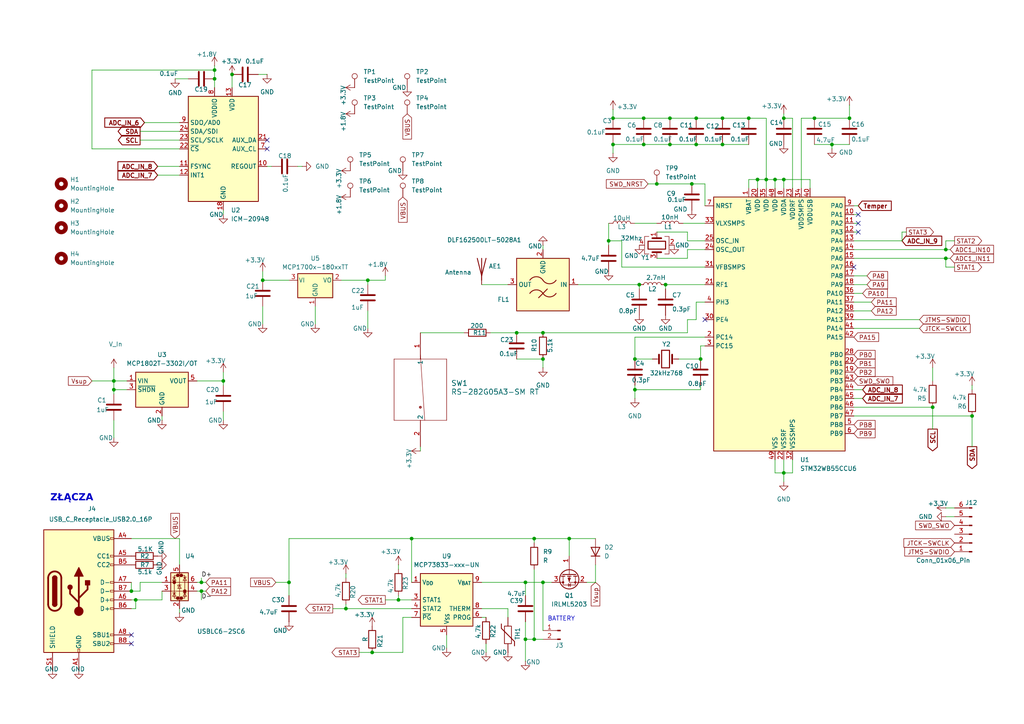
<source format=kicad_sch>
(kicad_sch (version 20250114) (generator "eeschema") (generator_version "9.0")
  (paper "A4")
  (lib_symbols
    (symbol "ALL_Components:RS-282G05A3-SM_RT" (pin_names (offset 0.254))
      (property "Reference" "SW" (at 40.64 12.7 0))
      (property "Value" "RS-282G05A3-SM RT" (at 40.64 10.16 0))
      (symbol "RS-282G05A3-SM_RT_0_1"
        (pin unspecified line (at 25.4 0 0) (length 7.62) (name "1") (number "1"))
        (pin unspecified line (at 58.42 0 180) (length 7.62) (name "2") (number "2"))
      )
    )
    (symbol "Battery_Management:MCP73833-xxx-UN"
      (property "Reference" "U" (at -6.35 8.89 0))
      (property "Value" "MCP73833-xxx-UN" (at 10.16 8.89 0))
      (symbol "MCP73833-xxx-UN_1_1"
        (pin power_in line (at -10.16 5.08 0) (length 2.54) (name "V_{DD}") (number "1"))
        (pin passive line (at -10.16 5.08 0) (length 2.54) (hide yes) (name "V_{DD}") (number "2"))
        (pin open_collector line (at -10.16 0 0) (length 2.54) (name "STAT1") (number "3"))
        (pin open_collector line (at -10.16 -2.54 0) (length 2.54) (name "STAT2") (number "4"))
        (pin open_collector line (at -10.16 -5.08 0) (length 2.54) (name "~{PG}") (number "7"))
        (pin power_in line (at 0 -10.16 90) (length 2.54) (name "V_{SS}") (number "5"))
        (pin passive line (at 10.16 5.08 180) (length 2.54) (hide yes) (name "V_{BAT}") (number "10"))
        (pin power_out line (at 10.16 5.08 180) (length 2.54) (name "V_{BAT}") (number "9"))
        (pin passive line (at 10.16 -2.54 180) (length 2.54) (name "THERM") (number "8"))
        (pin input line (at 10.16 -5.08 180) (length 2.54) (name "PROG") (number "6"))
      )
    )
    (symbol "Connector:Conn_01x02_Pin" (pin_names (offset 1.016) (hide yes))
      (property "Reference" "J" (at 0 2.54 0))
      (property "Value" "Conn_01x02_Pin" (at 0 -5.08 0))
      (symbol "Conn_01x02_Pin_1_1"
        (pin passive line (at 5.08 0 180) (length 3.81) (name "Pin_1") (number "1"))
        (pin passive line (at 5.08 -2.54 180) (length 3.81) (name "Pin_2") (number "2"))
      )
    )
    (symbol "Connector:Conn_01x06_Pin" (pin_names (offset 1.016) (hide yes))
      (property "Reference" "J" (at 0 7.62 0))
      (property "Value" "Conn_01x06_Pin" (at 0 -10.16 0))
      (symbol "Conn_01x06_Pin_1_1"
        (pin passive line (at 5.08 5.08 180) (length 3.81) (name "Pin_1") (number "1"))
        (pin passive line (at 5.08 2.54 180) (length 3.81) (name "Pin_2") (number "2"))
        (pin passive line (at 5.08 0 180) (length 3.81) (name "Pin_3") (number "3"))
        (pin passive line (at 5.08 -2.54 180) (length 3.81) (name "Pin_4") (number "4"))
        (pin passive line (at 5.08 -5.08 180) (length 3.81) (name "Pin_5") (number "5"))
        (pin passive line (at 5.08 -7.62 180) (length 3.81) (name "Pin_6") (number "6"))
      )
    )
    (symbol "Connector:TestPoint" (pin_numbers (hide yes)) (pin_names (offset 0.762) (hide yes))
      (property "Reference" "TP" (at 0 6.858 0))
      (property "Value" "TestPoint" (at 0 5.08 0))
      (symbol "TestPoint_1_1"
        (pin passive line (at 0 0 90) (length 2.54) (name "1") (number "1"))
      )
    )
    (symbol "Connector:USB_C_Receptacle_USB2.0_16P" (pin_names (offset 1.016))
      (property "Reference" "J" (at 0 22.225 0))
      (property "Value" "USB_C_Receptacle_USB2.0_16P" (at 0 19.685 0))
      (symbol "USB_C_Receptacle_USB2.0_16P_1_1"
        (pin passive line (at -7.62 -22.86 90) (length 5.08) (name "SHIELD") (number "S1"))
        (pin passive line (at 0 -22.86 90) (length 5.08) (name "GND") (number "A1"))
        (pin passive line (at 0 -22.86 90) (length 5.08) (hide yes) (name "GND") (number "A12"))
        (pin passive line (at 0 -22.86 90) (length 5.08) (hide yes) (name "GND") (number "B1"))
        (pin passive line (at 0 -22.86 90) (length 5.08) (hide yes) (name "GND") (number "B12"))
        (pin passive line (at 15.24 15.24 180) (length 5.08) (name "VBUS") (number "A4"))
        (pin passive line (at 15.24 15.24 180) (length 5.08) (hide yes) (name "VBUS") (number "A9"))
        (pin passive line (at 15.24 15.24 180) (length 5.08) (hide yes) (name "VBUS") (number "B4"))
        (pin passive line (at 15.24 15.24 180) (length 5.08) (hide yes) (name "VBUS") (number "B9"))
        (pin bidirectional line (at 15.24 10.16 180) (length 5.08) (name "CC1") (number "A5"))
        (pin bidirectional line (at 15.24 7.62 180) (length 5.08) (name "CC2") (number "B5"))
        (pin bidirectional line (at 15.24 2.54 180) (length 5.08) (name "D-") (number "A7"))
        (pin bidirectional line (at 15.24 0 180) (length 5.08) (name "D-") (number "B7"))
        (pin bidirectional line (at 15.24 -2.54 180) (length 5.08) (name "D+") (number "A6"))
        (pin bidirectional line (at 15.24 -5.08 180) (length 5.08) (name "D+") (number "B6"))
        (pin bidirectional line (at 15.24 -12.7 180) (length 5.08) (name "SBU1") (number "A8"))
        (pin bidirectional line (at 15.24 -15.24 180) (length 5.08) (name "SBU2") (number "B8"))
      )
    )
    (symbol "Device:Antenna" (pin_numbers (hide yes)) (pin_names (offset 1.016) (hide yes))
      (property "Reference" "AE" (at -1.905 1.905 0))
      (property "Value" "Antenna" (at -1.905 0 0))
      (symbol "Antenna_1_1"
        (pin input line (at 0 -5.08 90) (length 2.54) (name "A") (number "1"))
      )
    )
    (symbol "Device:C" (pin_numbers (hide yes)) (pin_names (offset 0.254))
      (property "Reference" "C" (at 0.635 2.54 0))
      (property "Value" "C" (at 0.635 -2.54 0))
      (symbol "C_1_1"
        (pin passive line (at 0 3.81 270) (length 2.794) (name "~") (number "1"))
        (pin passive line (at 0 -3.81 90) (length 2.794) (name "~") (number "2"))
      )
    )
    (symbol "Device:Crystal" (pin_numbers (hide yes)) (pin_names (offset 1.016) (hide yes))
      (property "Reference" "Y" (at 0 3.81 0))
      (property "Value" "Crystal" (at 0 -3.81 0))
      (symbol "Crystal_1_1"
        (pin passive line (at -3.81 0 0) (length 1.27) (name "1") (number "1"))
        (pin passive line (at 3.81 0 180) (length 1.27) (name "2") (number "2"))
      )
    )
    (symbol "Device:Crystal_GND24" (pin_names (offset 1.016) (hide yes))
      (property "Reference" "Y" (at 3.175 5.08 0))
      (property "Value" "Crystal_GND24" (at 3.175 3.175 0))
      (symbol "Crystal_GND24_1_1"
        (pin passive line (at -3.81 0 0) (length 1.27) (name "1") (number "1"))
        (pin passive line (at 0 5.08 270) (length 1.27) (name "2") (number "2"))
        (pin passive line (at 0 -5.08 90) (length 1.27) (name "4") (number "4"))
        (pin passive line (at 3.81 0 180) (length 1.27) (name "3") (number "3"))
      )
    )
    (symbol "Device:D" (pin_numbers (hide yes)) (pin_names (offset 1.016) (hide yes))
      (property "Reference" "D" (at 0 2.54 0))
      (property "Value" "D" (at 0 -2.54 0))
      (symbol "D_1_1"
        (pin passive line (at -3.81 0 0) (length 2.54) (name "K") (number "1"))
        (pin passive line (at 3.81 0 180) (length 2.54) (name "A") (number "2"))
      )
    )
    (symbol "Device:L" (pin_numbers (hide yes)) (pin_names (offset 1.016) (hide yes))
      (property "Reference" "L" (at -1.27 0 90))
      (property "Value" "L" (at 1.905 0 90))
      (symbol "L_1_1"
        (pin passive line (at 0 3.81 270) (length 1.27) (name "1") (number "1"))
        (pin passive line (at 0 -3.81 90) (length 1.27) (name "2") (number "2"))
      )
    )
    (symbol "Device:R" (pin_numbers (hide yes)) (pin_names (offset 0))
      (property "Reference" "R" (at 2.032 0 90))
      (property "Value" "R" (at 0 0 90))
      (symbol "R_1_1"
        (pin passive line (at 0 3.81 270) (length 1.27) (name "~") (number "1"))
        (pin passive line (at 0 -3.81 90) (length 1.27) (name "~") (number "2"))
      )
    )
    (symbol "Device:Thermistor" (pin_numbers (hide yes)) (pin_names (offset 0))
      (property "Reference" "TH" (at 2.54 1.27 90))
      (property "Value" "Thermistor" (at -2.54 0 90))
      (symbol "Thermistor_1_1"
        (pin passive line (at 0 5.08 270) (length 2.54) (name "~") (number "1"))
        (pin passive line (at 0 -5.08 90) (length 2.54) (name "~") (number "2"))
      )
    )
    (symbol "MCU_ST_STM32WB:STM32WB55CCUx"
      (property "Reference" "U" (at -17.78 39.37 0))
      (property "Value" "STM32WB55CCUx" (at 12.7 39.37 0))
      (symbol "STM32WB55CCUx_1_1"
        (pin input line (at -20.32 35.56 0) (length 2.54) (name "NRST") (number "7"))
        (pin power_in line (at -20.32 30.48 0) (length 2.54) (name "VLXSMPS") (number "33"))
        (pin input line (at -20.32 25.4 0) (length 2.54) (name "OSC_IN") (number "25"))
        (pin input line (at -20.32 22.86 0) (length 2.54) (name "OSC_OUT") (number "24"))
        (pin input line (at -20.32 17.78 0) (length 2.54) (name "VFBSMPS") (number "31"))
        (pin bidirectional line (at -20.32 12.7 0) (length 2.54) (name "RF1") (number "21"))
        (pin bidirectional line (at -20.32 7.62 0) (length 2.54) (name "PH3") (number "4"))
        (pin bidirectional line (at -20.32 2.54 0) (length 2.54) (name "PE4") (number "30"))
        (pin bidirectional line (at -20.32 -2.54 0) (length 2.54) (name "PC14") (number "2"))
        (pin bidirectional line (at -20.32 -5.08 0) (length 2.54) (name "PC15") (number "3"))
        (pin no_connect line (at -17.78 -33.02 0) (length 2.54) (hide yes) (name "AT1") (number "27"))
        (pin no_connect line (at -17.78 -35.56 0) (length 2.54) (hide yes) (name "AT0") (number "26"))
        (pin power_in line (at -7.62 40.64 270) (length 2.54) (name "VBAT") (number "1"))
        (pin power_in line (at -5.08 40.64 270) (length 2.54) (name "VDD") (number "20"))
        (pin power_in line (at -2.54 40.64 270) (length 2.54) (name "VDD") (number "35"))
        (pin power_in line (at 0 40.64 270) (length 2.54) (name "VDD") (number "48"))
        (pin power_in line (at 0 -38.1 90) (length 2.54) (name "VSS") (number "49"))
        (pin power_in line (at 2.54 40.64 270) (length 2.54) (name "VDDA") (number "8"))
        (pin power_in line (at 2.54 -38.1 90) (length 2.54) (name "VSSRF") (number "22"))
        (pin power_in line (at 5.08 40.64 270) (length 2.54) (name "VDDRF") (number "23"))
        (pin power_in line (at 5.08 -38.1 90) (length 2.54) (name "VSSSMPS") (number "32"))
        (pin power_in line (at 7.62 40.64 270) (length 2.54) (name "VDDSMPS") (number "34"))
        (pin power_in line (at 10.16 40.64 270) (length 2.54) (name "VDDUSB") (number "40"))
        (pin bidirectional line (at 22.86 35.56 180) (length 2.54) (name "PA0") (number "9"))
        (pin bidirectional line (at 22.86 33.02 180) (length 2.54) (name "PA1") (number "10"))
        (pin bidirectional line (at 22.86 30.48 180) (length 2.54) (name "PA2") (number "11"))
        (pin bidirectional line (at 22.86 27.94 180) (length 2.54) (name "PA3") (number "12"))
        (pin bidirectional line (at 22.86 25.4 180) (length 2.54) (name "PA4") (number "13"))
        (pin bidirectional line (at 22.86 22.86 180) (length 2.54) (name "PA5") (number "14"))
        (pin bidirectional line (at 22.86 20.32 180) (length 2.54) (name "PA6") (number "15"))
        (pin bidirectional line (at 22.86 17.78 180) (length 2.54) (name "PA7") (number "16"))
        (pin bidirectional line (at 22.86 15.24 180) (length 2.54) (name "PA8") (number "17"))
        (pin bidirectional line (at 22.86 12.7 180) (length 2.54) (name "PA9") (number "18"))
        (pin bidirectional line (at 22.86 10.16 180) (length 2.54) (name "PA10") (number "36"))
        (pin bidirectional line (at 22.86 7.62 180) (length 2.54) (name "PA11") (number "37"))
        (pin bidirectional line (at 22.86 5.08 180) (length 2.54) (name "PA12") (number "38"))
        (pin bidirectional line (at 22.86 2.54 180) (length 2.54) (name "PA13") (number "39"))
        (pin bidirectional line (at 22.86 0 180) (length 2.54) (name "PA14") (number "41"))
        (pin bidirectional line (at 22.86 -2.54 180) (length 2.54) (name "PA15") (number "42"))
        (pin bidirectional line (at 22.86 -7.62 180) (length 2.54) (name "PB0") (number "28"))
        (pin bidirectional line (at 22.86 -10.16 180) (length 2.54) (name "PB1") (number "29"))
        (pin bidirectional line (at 22.86 -12.7 180) (length 2.54) (name "PB2") (number "19"))
        (pin bidirectional line (at 22.86 -15.24 180) (length 2.54) (name "PB3") (number "43"))
        (pin bidirectional line (at 22.86 -17.78 180) (length 2.54) (name "PB4") (number "44"))
        (pin bidirectional line (at 22.86 -20.32 180) (length 2.54) (name "PB5") (number "45"))
        (pin bidirectional line (at 22.86 -22.86 180) (length 2.54) (name "PB6") (number "46"))
        (pin bidirectional line (at 22.86 -25.4 180) (length 2.54) (name "PB7") (number "47"))
        (pin bidirectional line (at 22.86 -27.94 180) (length 2.54) (name "PB8") (number "5"))
        (pin bidirectional line (at 22.86 -30.48 180) (length 2.54) (name "PB9") (number "6"))
      )
    )
    (symbol "Mechanical:MountingHole" (pin_names (offset 1.016)) (exclude_from_sim yes) (in_bom no)
      (property "Reference" "H" (at 0 5.08 0))
      (property "Value" "MountingHole" (at 0 3.175 0))
    )
    (symbol "Power_Protection:USBLC6-2SC6" (pin_names (hide yes))
      (property "Reference" "U" (at 0.635 5.715 0))
      (property "Value" "USBLC6-2SC6" (at 0.635 3.81 0))
      (symbol "USBLC6-2SC6_1_1"
        (pin passive line (at -5.08 0 0) (length 2.54) (name "I/O1") (number "1"))
        (pin passive line (at -5.08 -2.54 0) (length 2.54) (name "I/O2") (number "3"))
        (pin passive line (at 0 5.08 270) (length 2.54) (name "VBUS") (number "5"))
        (pin passive line (at 0 -7.62 90) (length 2.54) (name "GND") (number "2"))
        (pin passive line (at 5.08 0 180) (length 2.54) (name "I/O1") (number "6"))
        (pin passive line (at 5.08 -2.54 180) (length 2.54) (name "I/O2") (number "4"))
      )
    )
    (symbol "RF_Filter:LFCN-2400"
      (property "Reference" "FL" (at 0 10.795 0))
      (property "Value" "LFCN-2400" (at 0 8.89 0))
      (symbol "LFCN-2400_1_1"
        (pin passive line (at -10.16 0 0) (length 2.54) (name "IN") (number "1"))
        (pin passive line (at 0 -10.16 90) (length 2.54) (name "GND") (number "2"))
        (pin passive line (at 0 -10.16 90) (length 2.54) (hide yes) (name "GND") (number "4"))
        (pin passive line (at 10.16 0 180) (length 2.54) (name "OUT") (number "3"))
      )
    )
    (symbol "Regulator_Linear:MCP1700x-180xxTT" (pin_names (offset 0.254))
      (property "Reference" "U" (at -3.81 3.175 0))
      (property "Value" "MCP1700x-180xxTT" (at 0 3.175 0))
      (symbol "MCP1700x-180xxTT_1_1"
        (pin power_in line (at -7.62 0 0) (length 2.54) (name "VI") (number "3"))
        (pin power_in line (at 0 -7.62 90) (length 2.54) (name "GND") (number "1"))
        (pin power_out line (at 7.62 0 180) (length 2.54) (name "VO") (number "2"))
      )
    )
    (symbol "Regulator_Linear:MCP1802x-xx02xOT"
      (property "Reference" "U" (at -6.35 6.35 0))
      (property "Value" "MCP1802x-xx02xOT" (at 0 6.35 0))
      (symbol "MCP1802x-xx02xOT_1_1"
        (pin power_in line (at -10.16 2.54 0) (length 2.54) (name "VIN") (number "1"))
        (pin input line (at -10.16 0 0) (length 2.54) (name "~{SHDN}") (number "3"))
        (pin power_in line (at 0 -7.62 90) (length 2.54) (name "GND") (number "2"))
        (pin no_connect line (at 7.62 0 180) (length 2.54) (hide yes) (name "NC") (number "4"))
        (pin power_out line (at 10.16 2.54 180) (length 2.54) (name "VOUT") (number "5"))
      )
    )
    (symbol "Sensor_Motion:ICM-20948"
      (property "Reference" "U" (at -11.43 16.51 0))
      (property "Value" "ICM-20948" (at 7.62 -16.51 0))
      (symbol "ICM-20948_1_1"
        (pin bidirectional line (at -12.7 7.62 0) (length 2.54) (name "SDO/AD0") (number "9"))
        (pin bidirectional line (at -12.7 5.08 0) (length 2.54) (name "SDA/SDI") (number "24"))
        (pin input line (at -12.7 2.54 0) (length 2.54) (name "SCL/SCLK") (number "23"))
        (pin input line (at -12.7 0 0) (length 2.54) (name "~{CS}") (number "22"))
        (pin input line (at -12.7 -5.08 0) (length 2.54) (name "FSYNC") (number "11"))
        (pin output line (at -12.7 -7.62 0) (length 2.54) (name "INT1") (number "12"))
        (pin no_connect line (at -10.16 12.7 0) (length 2.54) (hide yes) (name "NC") (number "1"))
        (pin no_connect line (at -10.16 10.16 0) (length 2.54) (hide yes) (name "NC") (number "2"))
        (pin no_connect line (at -10.16 -2.54 0) (length 2.54) (hide yes) (name "NC") (number "3"))
        (pin no_connect line (at -10.16 -10.16 0) (length 2.54) (hide yes) (name "NC") (number "4"))
        (pin no_connect line (at -10.16 -12.7 0) (length 2.54) (hide yes) (name "NC") (number "5"))
        (pin power_in line (at -2.54 17.78 270) (length 2.54) (name "VDDIO") (number "8"))
        (pin power_in line (at 0 -17.78 90) (length 2.54) (name "GND") (number "18"))
        (pin passive line (at 0 -17.78 90) (length 2.54) (hide yes) (name "GND") (number "20"))
        (pin power_in line (at 2.54 17.78 270) (length 2.54) (name "VDD") (number "13"))
        (pin no_connect line (at 10.16 10.16 180) (length 2.54) (hide yes) (name "NC") (number "6"))
        (pin no_connect line (at 10.16 7.62 180) (length 2.54) (hide yes) (name "NC") (number "14"))
        (pin no_connect line (at 10.16 5.08 180) (length 2.54) (hide yes) (name "NC") (number "15"))
        (pin no_connect line (at 10.16 -7.62 180) (length 2.54) (hide yes) (name "NC") (number "16"))
        (pin no_connect line (at 10.16 -10.16 180) (length 2.54) (hide yes) (name "NC") (number "17"))
        (pin no_connect line (at 10.16 -12.7 180) (length 2.54) (hide yes) (name "RESV") (number "19"))
        (pin bidirectional line (at 12.7 2.54 180) (length 2.54) (name "AUX_DA") (number "21"))
        (pin output line (at 12.7 0 180) (length 2.54) (name "AUX_CL") (number "7"))
        (pin passive line (at 12.7 -5.08 180) (length 2.54) (name "REGOUT") (number "10"))
      )
    )
    (symbol "Transistor_FET:IRLML5203" (pin_names (hide yes))
      (property "Reference" "Q" (at 5.08 1.905 0))
      (property "Value" "IRLML5203" (at 5.08 0 0))
      (symbol "IRLML5203_1_1"
        (pin input line (at -5.08 0 0) (length 2.54) (name "G") (number "1"))
        (pin passive line (at 2.54 5.08 270) (length 2.54) (name "D") (number "3"))
        (pin passive line (at 2.54 -5.08 90) (length 2.54) (name "S") (number "2"))
      )
    )
    (symbol "power:+3.3V" (power) (pin_numbers (hide yes)) (pin_names (offset 0) (hide yes))
      (property "Value" "+3.3V" (at 0 3.556 0))
      (symbol "+3.3V_1_1"
        (pin power_in line (at 0 0 90) (length 0) (name "~") (number "1"))
      )
    )
    (symbol "power:GND" (power) (pin_numbers (hide yes)) (pin_names (offset 0) (hide yes))
      (property "Value" "GND" (at 0 -3.81 0))
      (symbol "GND_1_1"
        (pin power_in line (at 0 0 270) (length 0) (name "~") (number "1"))
      )
    )
  )
  (text "ZŁĄCZA" (at 20.828 145.034 0) (effects (font (size 2.032 2.032) (thickness 0.4064) (bold yes))))
  (text "BATTERY" (at 162.814 179.578 0) (effects (font (size 1.27 1.27))))
  (junction (at 184.15 113.03))
  (junction (at 157.48 104.14))
  (junction (at 274.32 72.39))
  (junction (at 219.71 52.07))
  (junction (at 100.33 176.53))
  (junction (at 190.5 53.34))
  (junction (at 58.42 168.91))
  (junction (at 224.79 52.07))
  (junction (at 185.42 82.55))
  (junction (at 193.04 82.55))
  (junction (at 67.31 21.59))
  (junction (at 76.2 81.28))
  (junction (at 62.23 20.32))
  (junction (at 176.53 69.85))
  (junction (at 157.48 96.52))
  (junction (at 200.66 53.34))
  (junction (at 186.69 41.91))
  (junction (at 209.55 34.29))
  (junction (at 83.82 168.91))
  (junction (at 217.17 34.29))
  (junction (at 58.42 171.45))
  (junction (at 119.38 156.21))
  (junction (at 270.51 118.11))
  (junction (at 241.3 41.91))
  (junction (at 62.23 22.86))
  (junction (at 33.02 113.03))
  (junction (at 281.94 120.65))
  (junction (at 149.86 96.52))
  (junction (at 152.4 168.91))
  (junction (at 222.25 52.07))
  (junction (at 154.94 156.21))
  (junction (at 154.94 185.42))
  (junction (at 107.95 189.23))
  (junction (at 64.77 110.49))
  (junction (at 201.93 41.91))
  (junction (at 246.38 34.29))
  (junction (at 177.8 34.29))
  (junction (at 227.33 52.07))
  (junction (at 115.57 173.99))
  (junction (at 152.4 185.42))
  (junction (at 33.02 110.49))
  (junction (at 177.8 41.91))
  (junction (at 227.33 34.29))
  (junction (at 186.69 34.29))
  (junction (at 236.22 34.29))
  (junction (at 184.15 104.14))
  (junction (at 209.55 41.91))
  (junction (at 203.2 104.14))
  (junction (at 194.31 41.91))
  (junction (at 165.1 156.21))
  (junction (at 274.32 74.93))
  (junction (at 194.31 34.29))
  (junction (at 157.48 168.91))
  (junction (at 39.37 173.99))
  (junction (at 201.93 34.29))
  (junction (at 106.68 81.28))
  (junction (at 38.1 171.45))
  (junction (at 227.33 137.16))
  (no_connect (at 38.1 186.69))
  (no_connect (at 248.92 64.77))
  (no_connect (at 204.47 92.71))
  (no_connect (at 248.92 62.23))
  (no_connect (at 77.47 43.18))
  (no_connect (at 247.65 77.47))
  (no_connect (at 77.47 40.64))
  (no_connect (at 248.92 67.31))
  (no_connect (at 38.1 184.15))
  (wire (pts (xy 247.65 118.11) (xy 270.51 118.11)))
  (wire (pts (xy 140.97 189.23) (xy 140.97 186.69)))
  (wire (pts (xy 67.31 21.59) (xy 67.31 25.4)))
  (wire (pts (xy 224.79 52.07) (xy 227.33 52.07)))
  (wire (pts (xy 184.15 111.76) (xy 184.15 113.03)))
  (wire (pts (xy 33.02 106.68) (xy 33.02 110.49)))
  (wire (pts (xy 154.94 165.1) (xy 154.94 185.42)))
  (wire (pts (xy 252.73 90.17) (xy 247.65 90.17)))
  (wire (pts (xy 40.64 38.1) (xy 52.07 38.1)))
  (wire (pts (xy 167.64 82.55) (xy 185.42 82.55)))
  (wire (pts (xy 129.54 184.15) (xy 129.54 187.96)))
  (wire (pts (xy 172.72 156.21) (xy 165.1 156.21)))
  (wire (pts (xy 199.39 72.39) (xy 204.47 72.39)))
  (wire (pts (xy 204.47 97.79) (xy 184.15 97.79)))
  (wire (pts (xy 111.76 173.99) (xy 115.57 173.99)))
  (wire (pts (xy 184.15 97.79) (xy 184.15 104.14)))
  (wire (pts (xy 198.12 64.77) (xy 204.47 64.77)))
  (wire (pts (xy 46.99 173.99) (xy 39.37 173.99)))
  (wire (pts (xy 157.48 72.39) (xy 157.48 71.12)))
  (wire (pts (xy 59.69 171.45) (xy 58.42 171.45)))
  (wire (pts (xy 152.4 168.91) (xy 157.48 168.91)))
  (wire (pts (xy 154.94 185.42) (xy 157.48 185.42)))
  (wire (pts (xy 281.94 111.76) (xy 281.94 113.03)))
  (wire (pts (xy 247.65 72.39) (xy 274.32 72.39)))
  (wire (pts (xy 91.44 93.98) (xy 91.44 88.9)))
  (wire (pts (xy 180.34 77.47) (xy 180.34 69.85)))
  (wire (pts (xy 139.7 82.55) (xy 147.32 82.55)))
  (wire (pts (xy 199.39 92.71) (xy 201.93 92.71)))
  (wire (pts (xy 116.84 189.23) (xy 116.84 179.07)))
  (wire (pts (xy 121.92 96.52) (xy 134.62 96.52)))
  (wire (pts (xy 184.15 104.14) (xy 189.23 104.14)))
  (wire (pts (xy 241.3 43.18) (xy 241.3 41.91)))
  (wire (pts (xy 33.02 113.03) (xy 33.02 114.3)))
  (wire (pts (xy 157.48 182.88) (xy 157.48 168.91)))
  (wire (pts (xy 184.15 113.03) (xy 184.15 115.57)))
  (wire (pts (xy 26.67 110.49) (xy 33.02 110.49)))
  (wire (pts (xy 38.1 168.91) (xy 38.1 171.45)))
  (wire (pts (xy 152.4 180.34) (xy 152.4 185.42)))
  (wire (pts (xy 274.32 69.85) (xy 274.32 72.39)))
  (wire (pts (xy 33.02 113.03) (xy 33.02 110.49)))
  (wire (pts (xy 106.68 81.28) (xy 106.68 82.55)))
  (wire (pts (xy 140.97 179.07) (xy 139.7 179.07)))
  (wire (pts (xy 62.23 19.05) (xy 62.23 20.32)))
  (wire (pts (xy 26.67 43.18) (xy 26.67 20.32)))
  (wire (pts (xy 50.8 22.86) (xy 54.61 22.86)))
  (wire (pts (xy 190.5 64.77) (xy 184.15 64.77)))
  (wire (pts (xy 203.2 104.14) (xy 203.2 100.33)))
  (wire (pts (xy 250.19 85.09) (xy 247.65 85.09)))
  (wire (pts (xy 201.93 87.63) (xy 204.47 87.63)))
  (wire (pts (xy 99.06 81.28) (xy 106.68 81.28)))
  (wire (pts (xy 76.2 81.28) (xy 83.82 81.28)))
  (wire (pts (xy 149.86 96.52) (xy 157.48 96.52)))
  (wire (pts (xy 199.39 74.93) (xy 199.39 72.39)))
  (wire (pts (xy 222.25 34.29) (xy 222.25 52.07)))
  (wire (pts (xy 139.7 176.53) (xy 147.32 176.53)))
  (wire (pts (xy 203.2 100.33) (xy 204.47 100.33)))
  (wire (pts (xy 281.94 129.54) (xy 281.94 120.65)))
  (wire (pts (xy 180.34 69.85) (xy 176.53 69.85)))
  (wire (pts (xy 204.47 69.85) (xy 199.39 69.85)))
  (wire (pts (xy 41.91 35.56) (xy 52.07 35.56)))
  (wire (pts (xy 172.72 163.83) (xy 172.72 168.91)))
  (wire (pts (xy 248.92 62.23) (xy 247.65 62.23)))
  (wire (pts (xy 204.47 77.47) (xy 180.34 77.47)))
  (wire (pts (xy 217.17 52.07) (xy 219.71 52.07)))
  (wire (pts (xy 157.48 104.14) (xy 157.48 106.68)))
  (wire (pts (xy 276.86 69.85) (xy 274.32 69.85)))
  (wire (pts (xy 38.1 176.53) (xy 39.37 176.53)))
  (wire (pts (xy 199.39 96.52) (xy 199.39 92.71)))
  (wire (pts (xy 250.19 115.57) (xy 247.65 115.57)))
  (wire (pts (xy 157.48 168.91) (xy 160.02 168.91)))
  (wire (pts (xy 87.63 48.26) (xy 86.36 48.26)))
  (wire (pts (xy 139.7 168.91) (xy 152.4 168.91)))
  (wire (pts (xy 234.95 52.07) (xy 234.95 54.61)))
  (wire (pts (xy 39.37 176.53) (xy 39.37 173.99)))
  (wire (pts (xy 227.33 137.16) (xy 227.33 133.35)))
  (wire (pts (xy 33.02 110.49) (xy 36.83 110.49)))
  (wire (pts (xy 261.62 69.85) (xy 247.65 69.85)))
  (wire (pts (xy 275.59 74.93) (xy 274.32 74.93)))
  (wire (pts (xy 201.93 92.71) (xy 201.93 87.63)))
  (wire (pts (xy 83.82 172.72) (xy 83.82 168.91)))
  (wire (pts (xy 227.33 52.07) (xy 234.95 52.07)))
  (wire (pts (xy 80.01 168.91) (xy 83.82 168.91)))
  (wire (pts (xy 104.14 189.23) (xy 107.95 189.23)))
  (wire (pts (xy 111.76 80.01) (xy 111.76 81.28)))
  (wire (pts (xy 177.8 34.29) (xy 186.69 34.29)))
  (wire (pts (xy 274.32 147.32) (xy 276.86 147.32)))
  (wire (pts (xy 58.42 173.99) (xy 58.42 171.45)))
  (wire (pts (xy 152.4 185.42) (xy 154.94 185.42)))
  (wire (pts (xy 274.32 149.86) (xy 276.86 149.86)))
  (wire (pts (xy 64.77 110.49) (xy 64.77 111.76)))
  (wire (pts (xy 77.47 21.59) (xy 74.93 21.59)))
  (wire (pts (xy 39.37 173.99) (xy 38.1 173.99)))
  (wire (pts (xy 222.25 52.07) (xy 222.25 54.61)))
  (wire (pts (xy 36.83 113.03) (xy 33.02 113.03)))
  (wire (pts (xy 247.65 92.71) (xy 266.7 92.71)))
  (wire (pts (xy 251.46 82.55) (xy 247.65 82.55)))
  (wire (pts (xy 111.76 81.28) (xy 106.68 81.28)))
  (wire (pts (xy 115.57 172.72) (xy 115.57 173.99)))
  (wire (pts (xy 76.2 88.9) (xy 76.2 93.98)))
  (wire (pts (xy 45.72 50.8) (xy 52.07 50.8)))
  (wire (pts (xy 250.19 113.03) (xy 247.65 113.03)))
  (wire (pts (xy 96.52 176.53) (xy 100.33 176.53)))
  (wire (pts (xy 100.33 176.53) (xy 119.38 176.53)))
  (wire (pts (xy 274.32 77.47) (xy 276.86 77.47)))
  (wire (pts (xy 184.15 113.03) (xy 203.2 113.03)))
  (wire (pts (xy 248.92 59.69) (xy 247.65 59.69)))
  (wire (pts (xy 193.04 82.55) (xy 193.04 83.82)))
  (wire (pts (xy 194.31 34.29) (xy 201.93 34.29)))
  (wire (pts (xy 252.73 87.63) (xy 247.65 87.63)))
  (wire (pts (xy 100.33 175.26) (xy 100.33 176.53)))
  (wire (pts (xy 190.5 53.34) (xy 200.66 53.34)))
  (wire (pts (xy 78.74 48.26) (xy 77.47 48.26)))
  (wire (pts (xy 33.02 121.92) (xy 33.02 127)))
  (wire (pts (xy 209.55 34.29) (xy 217.17 34.29)))
  (wire (pts (xy 201.93 41.91) (xy 209.55 41.91)))
  (wire (pts (xy 52.07 156.21) (xy 52.07 163.83)))
  (wire (pts (xy 261.62 67.31) (xy 261.62 69.85)))
  (wire (pts (xy 58.42 167.64) (xy 58.42 168.91)))
  (wire (pts (xy 227.33 52.07) (xy 227.33 54.61)))
  (wire (pts (xy 246.38 30.48) (xy 246.38 34.29)))
  (wire (pts (xy 241.3 41.91) (xy 246.38 41.91)))
  (wire (pts (xy 247.65 95.25) (xy 266.7 95.25)))
  (wire (pts (xy 107.95 189.23) (xy 116.84 189.23)))
  (wire (pts (xy 64.77 121.92) (xy 64.77 119.38)))
  (wire (pts (xy 209.55 41.91) (xy 217.17 41.91)))
  (wire (pts (xy 199.39 69.85) (xy 199.39 67.31)))
  (wire (pts (xy 227.33 137.16) (xy 229.87 137.16)))
  (wire (pts (xy 236.22 34.29) (xy 232.41 34.29)))
  (wire (pts (xy 116.84 179.07) (xy 119.38 179.07)))
  (wire (pts (xy 190.5 67.31) (xy 199.39 67.31)))
  (wire (pts (xy 38.1 171.45) (xy 40.64 171.45)))
  (wire (pts (xy 190.5 74.93) (xy 199.39 74.93)))
  (wire (pts (xy 170.18 168.91) (xy 172.72 168.91)))
  (wire (pts (xy 177.8 41.91) (xy 177.8 44.45)))
  (wire (pts (xy 100.33 166.37) (xy 100.33 167.64)))
  (wire (pts (xy 186.69 41.91) (xy 194.31 41.91)))
  (wire (pts (xy 119.38 156.21) (xy 154.94 156.21)))
  (wire (pts (xy 200.66 53.34) (xy 204.47 53.34)))
  (wire (pts (xy 224.79 137.16) (xy 224.79 133.35)))
  (wire (pts (xy 38.1 156.21) (xy 52.07 156.21)))
  (wire (pts (xy 52.07 43.18) (xy 26.67 43.18)))
  (wire (pts (xy 83.82 156.21) (xy 119.38 156.21)))
  (wire (pts (xy 227.33 34.29) (xy 229.87 34.29)))
  (wire (pts (xy 157.48 96.52) (xy 199.39 96.52)))
  (wire (pts (xy 154.94 156.21) (xy 165.1 156.21)))
  (wire (pts (xy 142.24 96.52) (xy 149.86 96.52)))
  (wire (pts (xy 194.31 41.91) (xy 201.93 41.91)))
  (wire (pts (xy 149.86 104.14) (xy 157.48 104.14)))
  (wire (pts (xy 59.69 168.91) (xy 58.42 168.91)))
  (wire (pts (xy 115.57 165.1) (xy 115.57 163.83)))
  (wire (pts (xy 227.33 33.02) (xy 227.33 34.29)))
  (wire (pts (xy 270.51 118.11) (xy 270.51 124.46)))
  (wire (pts (xy 186.69 34.29) (xy 194.31 34.29)))
  (wire (pts (xy 121.92 130.81) (xy 121.92 129.54)))
  (wire (pts (xy 232.41 34.29) (xy 232.41 54.61)))
  (wire (pts (xy 40.64 168.91) (xy 46.99 168.91)))
  (wire (pts (xy 147.32 176.53) (xy 147.32 179.07)))
  (wire (pts (xy 227.33 137.16) (xy 224.79 137.16)))
  (wire (pts (xy 62.23 22.86) (xy 62.23 25.4)))
  (wire (pts (xy 52.07 177.8) (xy 52.07 176.53)))
  (wire (pts (xy 76.2 78.74) (xy 76.2 81.28)))
  (wire (pts (xy 246.38 34.29) (xy 236.22 34.29)))
  (wire (pts (xy 176.53 69.85) (xy 176.53 64.77)))
  (wire (pts (xy 203.2 113.03) (xy 203.2 111.76)))
  (wire (pts (xy 26.67 20.32) (xy 62.23 20.32)))
  (wire (pts (xy 247.65 120.65) (xy 281.94 120.65)))
  (wire (pts (xy 204.47 53.34) (xy 204.47 59.69)))
  (wire (pts (xy 248.92 67.31) (xy 247.65 67.31)))
  (wire (pts (xy 154.94 157.48) (xy 154.94 156.21)))
  (wire (pts (xy 152.4 185.42) (xy 152.4 191.77)))
  (wire (pts (xy 177.8 31.75) (xy 177.8 34.29)))
  (wire (pts (xy 152.4 172.72) (xy 152.4 168.91)))
  (wire (pts (xy 57.15 110.49) (xy 64.77 110.49)))
  (wire (pts (xy 274.32 74.93) (xy 274.32 77.47)))
  (wire (pts (xy 187.96 53.34) (xy 190.5 53.34)))
  (wire (pts (xy 222.25 52.07) (xy 224.79 52.07)))
  (wire (pts (xy 46.99 121.92) (xy 46.99 120.65)))
  (wire (pts (xy 58.42 171.45) (xy 57.15 171.45)))
  (wire (pts (xy 64.77 62.23) (xy 64.77 60.96)))
  (wire (pts (xy 224.79 52.07) (xy 224.79 54.61)))
  (wire (pts (xy 275.59 72.39) (xy 274.32 72.39)))
  (wire (pts (xy 177.8 41.91) (xy 186.69 41.91)))
  (wire (pts (xy 106.68 90.17) (xy 106.68 95.25)))
  (wire (pts (xy 64.77 107.95) (xy 64.77 110.49)))
  (wire (pts (xy 219.71 52.07) (xy 222.25 52.07)))
  (wire (pts (xy 119.38 156.21) (xy 119.38 168.91)))
  (wire (pts (xy 46.99 171.45) (xy 46.99 173.99)))
  (wire (pts (xy 40.64 40.64) (xy 52.07 40.64)))
  (wire (pts (xy 115.57 173.99) (xy 119.38 173.99)))
  (wire (pts (xy 40.64 171.45) (xy 40.64 168.91)))
  (wire (pts (xy 219.71 52.07) (xy 219.71 54.61)))
  (wire (pts (xy 217.17 54.61) (xy 217.17 52.07)))
  (wire (pts (xy 229.87 34.29) (xy 229.87 54.61)))
  (wire (pts (xy 236.22 41.91) (xy 241.3 41.91)))
  (wire (pts (xy 193.04 82.55) (xy 204.47 82.55)))
  (wire (pts (xy 176.53 71.12) (xy 176.53 69.85)))
  (wire (pts (xy 201.93 34.29) (xy 209.55 34.29)))
  (wire (pts (xy 229.87 137.16) (xy 229.87 133.35)))
  (wire (pts (xy 262.89 67.31) (xy 261.62 67.31)))
  (wire (pts (xy 185.42 82.55) (xy 185.42 83.82)))
  (wire (pts (xy 227.33 137.16) (xy 227.33 139.7)))
  (wire (pts (xy 62.23 20.32) (xy 62.23 22.86)))
  (wire (pts (xy 45.72 48.26) (xy 52.07 48.26)))
  (wire (pts (xy 270.51 110.49) (xy 270.51 106.68)))
  (wire (pts (xy 83.82 156.21) (xy 83.82 168.91)))
  (wire (pts (xy 165.1 156.21) (xy 165.1 161.29)))
  (wire (pts (xy 58.42 168.91) (xy 57.15 168.91)))
  (wire (pts (xy 251.46 80.01) (xy 247.65 80.01)))
  (wire (pts (xy 222.25 34.29) (xy 217.17 34.29)))
  (wire (pts (xy 247.65 74.93) (xy 274.32 74.93)))
  (wire (pts (xy 196.85 104.14) (xy 203.2 104.14)))
  (wire (pts (xy 248.92 64.77) (xy 247.65 64.77)))
  (label "D-" (at 58.42 173.99 0))
  (label "D+" (at 58.42 167.64 0))
  (global_label "SWD_SWO" (shape input) (at 247.65 110.49 0) (property "Intersheetrefs" "${INTERSHEET_REFS}" (effects (hide yes))))
  (global_label "Temper" (shape input) (at 248.92 59.69 0) (effects (font (bold yes))) (property "Intersheetrefs" "${INTERSHEET_REFS}" (effects (hide yes))))
  (global_label "PA8" (shape input) (at 251.46 80.01 0) (property "Intersheetrefs" "${INTERSHEET_REFS}" (effects (hide yes))))
  (global_label "SDA" (shape output) (at 40.64 38.1 180) (effects (font (bold yes))) (property "Intersheetrefs" "${INTERSHEET_REFS}" (effects (hide yes))))
  (global_label "VBUS" (shape input) (at 116.84 57.15 270) (property "Intersheetrefs" "${INTERSHEET_REFS}" (effects (hide yes))))
  (global_label "STAT2" (shape output) (at 276.86 69.85 0) (property "Intersheetrefs" "${INTERSHEET_REFS}" (effects (hide yes))))
  (global_label "PB8" (shape input) (at 247.65 123.19 0) (property "Intersheetrefs" "${INTERSHEET_REFS}" (effects (hide yes))))
  (global_label "STAT3" (shape output) (at 104.14 189.23 180) (property "Intersheetrefs" "${INTERSHEET_REFS}" (effects (hide yes))))
  (global_label "STAT1" (shape output) (at 111.76 173.99 180) (property "Intersheetrefs" "${INTERSHEET_REFS}" (effects (hide yes))))
  (global_label "JTCK-SWCLK" (shape input) (at 276.86 157.48 180) (property "Intersheetrefs" "${INTERSHEET_REFS}" (effects (hide yes))))
  (global_label "Vsup" (shape input) (at 26.67 110.49 180) (property "Intersheetrefs" "${INTERSHEET_REFS}" (effects (hide yes))))
  (global_label "JTCK-SWCLK" (shape input) (at 266.7 95.25 0) (property "Intersheetrefs" "${INTERSHEET_REFS}" (effects (hide yes))))
  (global_label "PA15" (shape input) (at 247.65 97.79 0) (property "Intersheetrefs" "${INTERSHEET_REFS}" (effects (hide yes))))
  (global_label "VBUS" (shape input) (at 50.8 156.21 90) (property "Intersheetrefs" "${INTERSHEET_REFS}" (effects (hide yes))))
  (global_label "STAT2" (shape output) (at 96.52 176.53 180) (property "Intersheetrefs" "${INTERSHEET_REFS}" (effects (hide yes))))
  (global_label "ADC1_IN10" (shape input) (at 275.59 72.39 0) (property "Intersheetrefs" "${INTERSHEET_REFS}" (effects (hide yes))))
  (global_label "ADC_IN_9" (shape input) (at 261.62 69.85 0) (effects (font (bold yes))) (property "Intersheetrefs" "${INTERSHEET_REFS}" (effects (hide yes))))
  (global_label "SCL" (shape output) (at 270.51 124.46 270) (effects (font (bold yes))) (property "Intersheetrefs" "${INTERSHEET_REFS}" (effects (hide yes))))
  (global_label "STAT3" (shape output) (at 262.89 67.31 0) (property "Intersheetrefs" "${INTERSHEET_REFS}" (effects (hide yes))))
  (global_label "ADC_IN_7" (shape input) (at 250.19 115.57 0) (effects (font (bold yes))) (property "Intersheetrefs" "${INTERSHEET_REFS}" (effects (hide yes))))
  (global_label "STAT1" (shape output) (at 276.86 77.47 0) (property "Intersheetrefs" "${INTERSHEET_REFS}" (effects (hide yes))))
  (global_label "PB1" (shape input) (at 247.65 105.41 0) (property "Intersheetrefs" "${INTERSHEET_REFS}" (effects (hide yes))))
  (global_label "SWD_SWO" (shape input) (at 276.86 152.4 180) (property "Intersheetrefs" "${INTERSHEET_REFS}" (effects (hide yes))))
  (global_label "PA11" (shape input) (at 59.69 168.91 0) (property "Intersheetrefs" "${INTERSHEET_REFS}" (effects (hide yes))))
  (global_label "PB2" (shape input) (at 247.65 107.95 0) (property "Intersheetrefs" "${INTERSHEET_REFS}" (effects (hide yes))))
  (global_label "ADC_IN_8" (shape input) (at 250.19 113.03 0) (effects (font (bold yes))) (property "Intersheetrefs" "${INTERSHEET_REFS}" (effects (hide yes))))
  (global_label "JTMS-SWDIO" (shape input) (at 266.7 92.71 0) (property "Intersheetrefs" "${INTERSHEET_REFS}" (effects (hide yes))))
  (global_label "SWD_NRST" (shape input) (at 187.96 53.34 180) (property "Intersheetrefs" "${INTERSHEET_REFS}" (effects (hide yes))))
  (global_label "PB0" (shape input) (at 247.65 102.87 0) (property "Intersheetrefs" "${INTERSHEET_REFS}" (effects (hide yes))))
  (global_label "VBUS" (shape input) (at 118.11 33.02 270) (property "Intersheetrefs" "${INTERSHEET_REFS}" (effects (hide yes))))
  (global_label "PB9" (shape input) (at 247.65 125.73 0) (property "Intersheetrefs" "${INTERSHEET_REFS}" (effects (hide yes))))
  (global_label "PA10" (shape input) (at 250.19 85.09 0) (property "Intersheetrefs" "${INTERSHEET_REFS}" (effects (hide yes))))
  (global_label "PA12" (shape input) (at 252.73 90.17 0) (property "Intersheetrefs" "${INTERSHEET_REFS}" (effects (hide yes))))
  (global_label "ADC1_IN11" (shape input) (at 275.59 74.93 0) (property "Intersheetrefs" "${INTERSHEET_REFS}" (effects (hide yes))))
  (global_label "PA9" (shape input) (at 251.46 82.55 0) (property "Intersheetrefs" "${INTERSHEET_REFS}" (effects (hide yes))))
  (global_label "ADC_IN_8" (shape input) (at 45.72 48.26 180) (effects (font (bold yes))) (property "Intersheetrefs" "${INTERSHEET_REFS}" (effects (hide yes))))
  (global_label "PA12" (shape input) (at 59.69 171.45 0) (property "Intersheetrefs" "${INTERSHEET_REFS}" (effects (hide yes))))
  (global_label "VBUS" (shape input) (at 80.01 168.91 180) (property "Intersheetrefs" "${INTERSHEET_REFS}" (effects (hide yes))))
  (global_label "PA11" (shape input) (at 252.73 87.63 0) (property "Intersheetrefs" "${INTERSHEET_REFS}" (effects (hide yes))))
  (global_label "SDA" (shape output) (at 281.94 129.54 270) (effects (font (bold yes))) (property "Intersheetrefs" "${INTERSHEET_REFS}" (effects (hide yes))))
  (global_label "ADC_IN_7" (shape input) (at 45.72 50.8 180) (effects (font (bold yes))) (property "Intersheetrefs" "${INTERSHEET_REFS}" (effects (hide yes))))
  (global_label "ADC_IN_6" (shape input) (at 41.91 35.56 180) (effects (font (bold yes))) (property "Intersheetrefs" "${INTERSHEET_REFS}" (effects (hide yes))))
  (global_label "JTMS-SWDIO" (shape input) (at 276.86 160.02 180) (property "Intersheetrefs" "${INTERSHEET_REFS}" (effects (hide yes))))
  (global_label "Vsup" (shape input) (at 172.72 168.91 270) (property "Intersheetrefs" "${INTERSHEET_REFS}" (effects (hide yes))))
  (global_label "SCL" (shape output) (at 40.64 40.64 180) (effects (font (bold yes))) (property "Intersheetrefs" "${INTERSHEET_REFS}" (effects (hide yes))))
  (symbol (lib_id "power:+3.3V") (at 33.02 106.68 0) (unit 1)
    (property "Reference" "#PWR018" (effects (hide yes)))
    (property "Value" "V_In" (at 33.528 99.822 0))
    (property "Description" "Power symbol creates a global label with name \"+3.3V\"" (effects (hide yes)))
  )
  (symbol (lib_id "power:+3.3V") (at 62.23 19.05 0) (unit 1)
    (property "Reference" "#PWR041" (effects (hide yes)))
    (property "Value" "+1.8V" (at 59.944 15.748 0))
    (property "Description" "Power symbol creates a global label with name \"+3.3V\"" (effects (hide yes)))
  )
  (symbol (lib_id "Device:C") (at 201.93 38.1 0) (unit 1)
    (property "Reference" "C11" (at 197.104 36.322 0) (effects (justify left)))
    (property "Value" "0.1uF" (at 196.85 40.386 0) (effects (justify left)))
    (property "Footprint" "Capacitor_SMD:C_0402_1005Metric_Pad0.74x0.62mm_HandSolder" (effects (hide yes)))
    (property "Description" "Unpolarized capacitor" (effects (hide yes)))
    (property "MANUFACTURER" "YAEGO" (effects (hide yes)))
    (property "Manufacturer Product Number" "CL10B104KB8NNNC" (effects (hide yes)))
    (property "PARTREV" "CC0402JRNPO9BN101" (effects (hide yes)))
    (property "Provider" "https://www.digikey.pl/en/products/detail/samsung-electro-mechanics/CL10B104KB8NNNC/3886658" (effects (hide yes)))
  )
  (symbol (lib_id "power:+3.3V") (at 100.33 166.37 0) (unit 1)
    (property "Reference" "#PWR043" (effects (hide yes)))
    (property "Value" "+3.3V" (at 98.044 163.068 0))
    (property "Description" "Power symbol creates a global label with name \"+3.3V\"" (effects (hide yes)))
  )
  (symbol (lib_id "power:GND") (at 147.32 189.23 0) (unit 1)
    (property "Reference" "#PWR033" (effects (hide yes)))
    (property "Value" "GND" (at 145.034 189.23 0))
    (property "Description" "Power symbol creates a global label with name \"GND\" , ground" (effects (hide yes)))
  )
  (symbol (lib_id "Device:Crystal") (at 193.04 104.14 0) (unit 1)
    (property "Reference" "Y2" (at 193.294 99.822 0))
    (property "Value" "32kHz768" (at 193.294 108.204 0))
    (property "Footprint" "Crystal:Crystal_SMD_2012-2Pin_2.0x1.2mm" (effects (hide yes)))
    (property "Description" "Two pin crystal" (effects (hide yes)))
    (property "MANUFACTURER" "NDK (NIHON DEMPA KOGYO CO., LTD)" (effects (hide yes)))
    (property "Manufacturer Product Number" "STDMUB1-32.768K" (effects (hide yes)))
    (property "Provider" "https://www.digikey.pl/en/products/detail/ndk-nihon-dempa-kogyo-co-ltd/STDMUB1-32-768K/4914433" (effects (hide yes)))
  )
  (symbol (lib_id "power:GND") (at 64.77 62.23 0) (unit 1)
    (property "Reference" "#PWR022" (effects (hide yes)))
    (property "Value" "GND" (at 62.738 62.23 0))
    (property "Description" "Power symbol creates a global label with name \"GND\" , ground" (effects (hide yes)))
  )
  (symbol (lib_id "power:GND") (at 157.48 71.12 180) (unit 1)
    (property "Reference" "#PWR02" (effects (hide yes)))
    (property "Value" "GND" (at 153.162 71.374 0) (effects (justify right)))
    (property "Description" "Power symbol creates a global label with name \"GND\" , ground" (effects (hide yes)))
  )
  (symbol (lib_id "Regulator_Linear:MCP1802x-xx02xOT") (at 46.99 113.03 0) (unit 1)
    (property "Reference" "U3" (at 46.99 102.87 0))
    (property "Value" "MCP1802T-3302I/OT" (at 46.99 105.41 0))
    (property "Footprint" "Package_TO_SOT_SMD:SOT-23-5" (effects (hide yes)))
    (property "Datasheet" "http://ww1.microchip.com/downloads/en/DeviceDoc/22053C.pdf" (effects (hide yes)))
    (property "Description" "150mA, Tiny CMOS LDO With Shutdown, Fixed Voltage, SOT-23-5" (effects (hide yes)))
    (property "MANUFACTURER" "Microchip" (effects (hide yes)))
    (property "Manufacturer Product Number" "MCP1802T-3302I/OT" (effects (hide yes)))
    (property "Provider" "https://www.digikey.pl/en/products/detail/microchip-technology/MCP1802T-3302I-OT/1679144" (effects (hide yes)))
  )
  (symbol (lib_id "power:GND") (at 116.84 49.53 0) (unit 1)
    (property "Reference" "#PWR056" (effects (hide yes)))
    (property "Value" "GND" (at 114.554 49.53 0))
    (property "Description" "Power symbol creates a global label with name \"GND\" , ground" (effects (hide yes)))
  )
  (symbol (lib_id "Device:Thermistor") (at 147.32 184.15 0) (unit 1)
    (property "Reference" "TH1" (at 150.114 185.674 90) (effects (justify left)))
    (property "Value" "Thermistor" (effects (hide yes)))
    (property "Footprint" "Resistor_SMD:R_0603_1608Metric" (effects (hide yes)))
    (property "Description" "Temperature dependent resistor" (effects (hide yes)))
  )
  (symbol (lib_id "power:GND") (at 46.99 121.92 0) (unit 1)
    (property "Reference" "#PWR026" (effects (hide yes)))
    (property "Value" "GND" (at 44.704 121.92 0))
    (property "Description" "Power symbol creates a global label with name \"GND\" , ground" (effects (hide yes)))
  )
  (symbol (lib_id "Device:L") (at 180.34 64.77 90) (unit 1)
    (property "Reference" "L3" (at 180.34 65.786 90))
    (property "Value" "10uH" (at 180.34 63.246 90))
    (property "Footprint" "Inductor_SMD:L_0805_2012Metric_Pad1.05x1.20mm_HandSolder" (effects (hide yes)))
    (property "Datasheet" "https://www.digikey.pl/pl/products/detail/tdk-corporation/MLZ2012M100WT000/2465153?so=89046840&content=productdetail_PL&mkt_tok=MDI4LVNYSy01MDcAAAGV_gXPdM3LExTvAi8QlCuuVjclQGklqMtBs6AzQtSJWdYwrmFUU2alxiS7hWnxcJFJ2dXRWailghTgLZWw04xK36UzhL-eBeyoC7pburJM" (effects (hide yes)))
    (property "Description" "Inductor" (effects (hide yes)))
    (property "MANUFACTURER" "TDK Corporation" (effects (hide yes)))
    (property "Manufacturer Product Number" "MLZ2012M100WT000" (effects (hide yes)))
    (property "Provider" "https://www.digikey.pl/en/products/detail/tdk-corporation/MLZ2012M100WT000/2465153" (effects (hide yes)))
  )
  (symbol (lib_id "power:GND") (at 193.04 91.44 0) (unit 1)
    (property "Reference" "#PWR010" (effects (hide yes)))
    (property "Value" "GND" (at 193.04 95.25 0))
    (property "Description" "Power symbol creates a global label with name \"GND\" , ground" (effects (hide yes)))
  )
  (symbol (lib_id "power:GND") (at 195.58 71.12 0) (unit 1)
    (property "Reference" "#PWR011" (effects (hide yes)))
    (property "Value" "GND" (at 197.866 71.12 0))
    (property "Description" "Power symbol creates a global label with name \"GND\" , ground" (effects (hide yes)))
  )
  (symbol (lib_id "power:+3.3V") (at 227.33 33.02 0) (unit 1)
    (property "Reference" "#PWR014" (effects (hide yes)))
    (property "Value" "+3.3V" (at 223.774 30.734 0))
    (property "Description" "Power symbol creates a global label with name \"+3.3V\"" (effects (hide yes)))
  )
  (symbol (lib_id "Device:R") (at 138.43 96.52 90) (unit 1)
    (property "Reference" "R11" (at 137.16 96.52 90) (effects (justify right)))
    (property "Value" "200" (at 136.398 94.488 90) (effects (justify right)))
    (property "Footprint" "Resistor_SMD:R_0402_1005Metric_Pad0.72x0.64mm_HandSolder" (effects (hide yes)))
    (property "Description" "Resistor" (effects (hide yes)))
    (property "MANUFACTURER" "Panasonic Electronic Components" (effects (hide yes)))
    (property "Manufacturer Product Number" "https://www.digikey.pl/en/products/detail/panasonic-electronic-components/ERA-2AEB201X/1705988" (effects (hide yes)))
    (property "Provider" "https://www.digikey.pl/en/products/detail/panasonic-electronic-components/ERA-2AEB201X/1705988" (effects (hide yes)))
  )
  (symbol (lib_id "Connector:TestPoint") (at 116.84 57.15 0) (unit 1)
    (property "Reference" "TP8" (at 119.38 52.5779 0) (effects (justify left)))
    (property "Value" "TestPoint" (at 119.38 55.1179 0) (effects (justify left)))
    (property "Footprint" "TestPoint:TestPoint_Pad_1.0x1.0mm" (effects (hide yes)))
    (property "Description" "test point" (effects (hide yes)))
  )
  (symbol (lib_id "power:GND") (at 177.8 44.45 0) (unit 1)
    (property "Reference" "#PWR06" (effects (hide yes)))
    (property "Value" "GND" (at 177.8 49.53 0))
    (property "Description" "Power symbol creates a global label with name \"GND\" , ground" (effects (hide yes)))
  )
  (symbol (lib_id "power:GND") (at 274.32 149.86 270) (unit 1)
    (property "Reference" "#PWR0119" (effects (hide yes)))
    (property "Value" "GND" (at 270.51 149.8599 90) (effects (justify right)))
    (property "Description" "Power symbol creates a global label with name \"GND\" , ground" (effects (hide yes)))
  )
  (symbol (lib_id "power:GND") (at 87.63 48.26 90) (unit 1)
    (property "Reference" "#PWR025" (effects (hide yes)))
    (property "Value" "GND" (at 91.44 48.2599 90) (effects (justify right)))
    (property "Description" "Power symbol creates a global label with name \"GND\" , ground" (effects (hide yes)))
  )
  (symbol (lib_id "power:+3.3V") (at 102.87 25.4 90) (unit 1)
    (property "Reference" "#PWR051" (effects (hide yes)))
    (property "Value" "+3.3V" (at 99.568 27.686 0))
    (property "Description" "Power symbol creates a global label with name \"+3.3V\"" (effects (hide yes)))
  )
  (symbol (lib_id "Device:R") (at 157.48 100.33 180) (unit 1)
    (property "Reference" "R10" (at 154.94 102.108 90) (effects (justify right)))
    (property "Value" "5.1k" (at 159.512 102.362 90) (effects (justify right)))
    (property "Footprint" "Resistor_SMD:R_0402_1005Metric_Pad0.72x0.64mm_HandSolder" (effects (hide yes)))
    (property "Description" "Resistor" (effects (hide yes)))
    (property "MANUFACTURER" "KOA Speer Electronics, Inc." (effects (hide yes)))
    (property "Manufacturer Product Number" "RK73B1ETTP512J" (effects (hide yes)))
    (property "Provider" "https://www.digikey.pl/en/products/detail/koa-speer-electronics-inc/RK73B1ETTP512J/9843991" (effects (hide yes)))
  )
  (symbol (lib_id "power:+3.3V") (at 115.57 163.83 0) (unit 1)
    (property "Reference" "#PWR042" (effects (hide yes)))
    (property "Value" "+3.3V" (at 113.284 160.02 0))
    (property "Description" "Power symbol creates a global label with name \"+3.3V\"" (effects (hide yes)))
  )
  (symbol (lib_id "power:GND") (at 77.47 21.59 0) (unit 1)
    (property "Reference" "#PWR024" (effects (hide yes)))
    (property "Value" "GND" (at 77.47 26.67 0))
    (property "Description" "Power symbol creates a global label with name \"GND\" , ground" (effects (hide yes)))
  )
  (symbol (lib_id "ALL_Components:RS-282G05A3-SM_RT") (at 121.92 71.12 270) (unit 1)
    (property "Reference" "SW1" (at 130.81 111.1249 90) (effects (font (size 1.524 1.524)) (justify left)))
    (property "Value" "RS-282G05A3-SM RT" (at 130.81 113.6649 90) (effects (font (size 1.524 1.524)) (justify left)))
    (property "Footprint" "ALL_FOOTRPINTS:RS-282G05A3-SM RT_CNK-M" (effects (hide yes)))
    (property "Datasheet" "RS-282G05A3-SM RT" (effects (hide yes)))
    (property "MANUFACTURER" "C&K" (effects (hide yes)))
    (property "Manufacturer Product Number" "https://www.digikey.com/en/products/detail/c-k/RS-282G05A3-SM-RT/2747190" (effects (hide yes)))
    (property "Provider" "https://www.digikey.com/en/products/detail/c-k/RS-282G05A3-SM-RT/2747190" (effects (hide yes)))
  )
  (symbol (lib_id "power:+3.3V") (at 76.2 78.74 0) (unit 1)
    (property "Reference" "#PWR039" (effects (hide yes)))
    (property "Value" "+3.3V" (at 73.914 75.438 0))
    (property "Description" "Power symbol creates a global label with name \"+3.3V\"" (effects (hide yes)))
  )
  (symbol (lib_id "power:GND") (at 106.68 95.25 0) (unit 1)
    (property "Reference" "#PWR030" (effects (hide yes)))
    (property "Value" "GND" (at 104.394 95.25 0))
    (property "Description" "Power symbol creates a global label with name \"GND\" , ground" (effects (hide yes)))
  )
  (symbol (lib_id "Device:C") (at 236.22 38.1 0) (unit 1)
    (property "Reference" "C15" (at 237.236 36.068 0) (effects (justify left)))
    (property "Value" "4.7uF" (at 236.728 40.64 0) (effects (justify left)))
    (property "Footprint" "Capacitor_SMD:C_0402_1005Metric_Pad0.74x0.62mm_HandSolder" (effects (hide yes)))
    (property "Description" "https://www.digikey.pl/pl/products/detail/taiyo-yuden/JMK105BBJ475MV-F/2573874" (effects (hide yes)))
    (property "MANUFACTURER" "Johanson Technology Inc." (effects (hide yes)))
    (property "Manufacturer Product Number" "2450AT18B0100001E" (effects (hide yes)))
    (property "Provider" "https://www.digikey.pl/en/products/detail/johanson-technology-inc/2450AT18B0100001E/1560677" (effects (hide yes)))
  )
  (symbol (lib_id "Device:C") (at 217.17 38.1 0) (unit 1)
    (property "Reference" "C13" (at 212.344 36.322 0) (effects (justify left)))
    (property "Value" "0.1uF" (at 211.836 40.386 0) (effects (justify left)))
    (property "Footprint" "Capacitor_SMD:C_0402_1005Metric_Pad0.74x0.62mm_HandSolder" (effects (hide yes)))
    (property "Description" "Unpolarized capacitor" (effects (hide yes)))
    (property "MANUFACTURER" "YAEGO" (effects (hide yes)))
    (property "Manufacturer Product Number" "CL10B104KB8NNNC" (effects (hide yes)))
    (property "PARTREV" "CC0402JRNPO9BN101" (effects (hide yes)))
    (property "Provider" "https://www.digikey.pl/en/products/detail/samsung-electro-mechanics/CL10B104KB8NNNC/3886658" (effects (hide yes)))
  )
  (symbol (lib_id "Device:C") (at 246.38 38.1 0) (unit 1)
    (property "Reference" "C16" (at 246.888 36.068 0) (effects (justify left)))
    (property "Value" "0.1uF" (at 246.888 40.386 0) (effects (justify left)))
    (property "Footprint" "Capacitor_SMD:C_0402_1005Metric_Pad0.74x0.62mm_HandSolder" (effects (hide yes)))
    (property "Datasheet" "100nF" (effects (hide yes)))
    (property "Description" "Unpolarized capacitor" (effects (hide yes)))
    (property "MANUFACTURER" "YAEGO" (effects (hide yes)))
    (property "Manufacturer Product Number" "CL10B104KB8NNNC" (effects (hide yes)))
    (property "PARTREV" "CC0402JRNPO9BN101" (effects (hide yes)))
    (property "Provider" "https://www.digikey.pl/en/products/detail/samsung-electro-mechanics/CL10B104KB8NNNC/3886658" (effects (hide yes)))
  )
  (symbol (lib_id "Device:C") (at 106.68 86.36 0) (unit 1)
    (property "Reference" "C22" (at 101.854 84.328 0) (effects (justify left)))
    (property "Value" "1uF" (at 101.854 89.154 0) (effects (justify left)))
    (property "Footprint" "Capacitor_SMD:C_0402_1005Metric_Pad0.74x0.62mm_HandSolder" (effects (hide yes)))
    (property "Description" "Unpolarized capacitor" (effects (hide yes)))
    (property "MANUFACTURER" "Murata Electronics" (effects (hide yes)))
    (property "Manufacturer Product Number" "Murata Electronics" (effects (hide yes)))
    (property "Provider" "https://www.digikey.pl/en/products/detail/murata-electronics/GRM155C81E105KE11D/4905095" (effects (hide yes)))
  )
  (symbol (lib_id "Device:R") (at 41.91 163.83 90) (unit 1)
    (property "Reference" "R7" (at 40.64 163.83 90) (effects (justify right)))
    (property "Value" "5.1k" (at 39.878 165.862 90) (effects (justify right)))
    (property "Footprint" "Resistor_SMD:R_0402_1005Metric_Pad0.72x0.64mm_HandSolder" (effects (hide yes)))
    (property "Description" "Resistor" (effects (hide yes)))
    (property "MANUFACTURER" "KOA Speer Electronics, Inc." (effects (hide yes)))
    (property "Manufacturer Product Number" "RK73B1ETTP512J" (effects (hide yes)))
    (property "Provider" "https://www.digikey.pl/en/products/detail/koa-speer-electronics-inc/RK73B1ETTP512J/9843991" (effects (hide yes)))
  )
  (symbol (lib_id "Device:C") (at 83.82 176.53 0) (unit 1)
    (property "Reference" "C30" (at 78.74 173.99 0) (effects (justify left)))
    (property "Value" "4.7uF" (at 75.184 177.546 0) (effects (justify left)))
    (property "Footprint" "Capacitor_SMD:C_0805_2012Metric_Pad1.18x1.45mm_HandSolder" (effects (hide yes)))
    (property "Description" "Unpolarized capacitor" (effects (hide yes)))
    (property "MANUFACTURER" "Murata Electronics" (effects (hide yes)))
    (property "Manufacturer Product Number" "Murata Electronics" (effects (hide yes)))
    (property "Provider" "https://www.digikey.pl/en/products/detail/murata-electronics/GRM155C81E105KE11D/4905095" (effects (hide yes)))
  )
  (symbol (lib_id "Device:C") (at 33.02 118.11 0) (unit 1)
    (property "Reference" "C1" (at 28.194 116.078 0) (effects (justify left)))
    (property "Value" "1uF" (at 27.94 118.872 0) (effects (justify left)))
    (property "Footprint" "Capacitor_SMD:C_0402_1005Metric_Pad0.74x0.62mm_HandSolder" (effects (hide yes)))
    (property "Description" "Unpolarized capacitor" (effects (hide yes)))
    (property "MANUFACTURER" "Murata Electronics" (effects (hide yes)))
    (property "Manufacturer Product Number" "Murata Electronics" (effects (hide yes)))
    (property "Provider" "https://www.digikey.pl/en/products/detail/murata-electronics/GRM155C81E105KE11D/4905095" (effects (hide yes)))
  )
  (symbol (lib_id "Connector:TestPoint") (at 116.84 49.53 0) (unit 1)
    (property "Reference" "TP7" (at 119.38 44.9579 0) (effects (justify left)))
    (property "Value" "TestPoint" (at 119.38 47.4979 0) (effects (justify left)))
    (property "Footprint" "TestPoint:TestPoint_Pad_1.0x1.0mm" (effects (hide yes)))
    (property "Description" "test point" (effects (hide yes)))
  )
  (symbol (lib_id "Device:C") (at 209.55 38.1 0) (unit 1)
    (property "Reference" "C12" (at 204.724 36.576 0) (effects (justify left)))
    (property "Value" "0.1uF" (at 204.216 40.386 0) (effects (justify left)))
    (property "Footprint" "Capacitor_SMD:C_0402_1005Metric_Pad0.74x0.62mm_HandSolder" (effects (hide yes)))
    (property "Description" "Unpolarized capacitor" (effects (hide yes)))
    (property "MANUFACTURER" "YAEGO" (effects (hide yes)))
    (property "Manufacturer Product Number" "CL10B104KB8NNNC" (effects (hide yes)))
    (property "PARTREV" "CC0402JRNPO9BN101" (effects (hide yes)))
    (property "Provider" "https://www.digikey.pl/en/products/detail/samsung-electro-mechanics/CL10B104KB8NNNC/3886658" (effects (hide yes)))
  )
  (symbol (lib_id "power:+3.3V") (at 281.94 111.76 0) (unit 1)
    (property "Reference" "#PWR021" (effects (hide yes)))
    (property "Value" "+3.3V" (at 279.654 108.458 0))
    (property "Description" "Power symbol creates a global label with name \"+3.3V\"" (effects (hide yes)))
  )
  (symbol (lib_id "Device:R") (at 281.94 116.84 0) (unit 1)
    (property "Reference" "R6" (at 280.416 117.856 0) (effects (justify right)))
    (property "Value" "4.7k" (at 280.416 115.316 0) (effects (justify right)))
    (property "Footprint" "Resistor_SMD:R_0402_1005Metric_Pad0.72x0.64mm_HandSolder" (effects (hide yes)))
    (property "Description" "Resistor" (effects (hide yes)))
    (property "MANUFACTURER" "YAGEO" (effects (hide yes)))
    (property "Manufacturer Product Number" "RC0402JR-074K7L" (effects (hide yes)))
    (property "Provider" "https://www.digikey.pl/en/products/detail/yageo/RC0402JR-074K7L/726477" (effects (hide yes)))
  )
  (symbol (lib_id "Device:R") (at 270.51 114.3 0) (unit 1)
    (property "Reference" "R5" (at 268.732 115.57 0) (effects (justify right)))
    (property "Value" "4.7k" (at 268.986 113.03 0) (effects (justify right)))
    (property "Footprint" "Resistor_SMD:R_0402_1005Metric_Pad0.72x0.64mm_HandSolder" (effects (hide yes)))
    (property "Description" "Resistor" (effects (hide yes)))
    (property "MANUFACTURER" "YAGEO" (effects (hide yes)))
    (property "Manufacturer Product Number" "RC0402JR-074K7L" (effects (hide yes)))
    (property "Provider" "https://www.digikey.pl/en/products/detail/yageo/RC0402JR-074K7L/726477" (effects (hide yes)))
  )
  (symbol (lib_id "Connector:TestPoint") (at 101.6 49.53 0) (unit 1)
    (property "Reference" "TP5" (at 104.14 44.9579 0) (effects (justify left)))
    (property "Value" "TestPoint" (at 104.14 47.4979 0) (effects (justify left)))
    (property "Footprint" "TestPoint:TestPoint_Pad_1.0x1.0mm" (effects (hide yes)))
    (property "Description" "test point" (effects (hide yes)))
  )
  (symbol (lib_id "Mechanical:MountingHole") (at 17.78 66.04 0) (unit 1) (exclude_from_sim yes) (in_bom no)
    (property "Reference" "H3" (at 20.32 64.7699 0) (effects (justify left)))
    (property "Value" "MountingHole" (at 20.32 67.3099 0) (effects (justify left)))
    (property "Description" "Mounting Hole without connection" (effects (hide yes)))
  )
  (symbol (lib_id "power:GND") (at 83.82 180.34 0) (unit 1)
    (property "Reference" "#PWR065" (effects (hide yes)))
    (property "Value" "GND" (at 81.28 182.88 0))
    (property "Description" "Power symbol creates a global label with name \"GND\" , ground" (effects (hide yes)))
  )
  (symbol (lib_id "Connector:TestPoint") (at 102.87 33.02 0) (unit 1)
    (property "Reference" "TP3" (at 105.41 28.4479 0) (effects (justify left)))
    (property "Value" "TestPoint" (at 105.41 30.9879 0) (effects (justify left)))
    (property "Footprint" "TestPoint:TestPoint_Pad_1.0x1.0mm" (effects (hide yes)))
    (property "Description" "test point" (effects (hide yes)))
  )
  (symbol (lib_id "power:+3.3V") (at 67.31 21.59 0) (unit 1)
    (property "Reference" "#PWR023" (effects (hide yes)))
    (property "Value" "+3.3V" (at 67.056 17.78 0))
    (property "Description" "Power symbol creates a global label with name \"+3.3V\"" (effects (hide yes)))
  )
  (symbol (lib_id "power:GND") (at 50.8 22.86 0) (unit 1)
    (property "Reference" "#PWR03" (effects (hide yes)))
    (property "Value" "GND" (at 50.8 26.924 0))
    (property "Description" "Power symbol creates a global label with name \"GND\" , ground" (effects (hide yes)))
  )
  (symbol (lib_id "Device:R") (at 107.95 185.42 0) (unit 1)
    (property "Reference" "R21" (at 110.236 185.928 90))
    (property "Value" "R" (at 105.918 185.42 90))
    (property "Footprint" "Resistor_SMD:R_0402_1005Metric_Pad0.72x0.64mm_HandSolder" (effects (hide yes)))
    (property "Description" "Resistor" (effects (hide yes)))
  )
  (symbol (lib_id "power:GND") (at 157.48 106.68 0) (unit 1)
    (property "Reference" "#PWR046" (effects (hide yes)))
    (property "Value" "GND" (at 157.48 111.76 0))
    (property "Description" "Power symbol creates a global label with name \"GND\" , ground" (effects (hide yes)))
  )
  (symbol (lib_id "Device:C") (at 152.4 176.53 0) (unit 1)
    (property "Reference" "C39" (at 147.828 174.244 0) (effects (justify left)))
    (property "Value" "4.7uF" (at 147.066 172.212 0) (effects (justify left)))
    (property "Footprint" "Capacitor_SMD:C_0805_2012Metric_Pad1.18x1.45mm_HandSolder" (effects (hide yes)))
    (property "Description" "Unpolarized capacitor" (effects (hide yes)))
    (property "MANUFACTURER" "Murata Electronics" (effects (hide yes)))
    (property "Manufacturer Product Number" "Murata Electronics" (effects (hide yes)))
    (property "Provider" "https://www.digikey.pl/en/products/detail/murata-electronics/GRM155C81E105KE11D/4905095" (effects (hide yes)))
  )
  (symbol (lib_id "power:GND") (at 64.77 121.92 0) (unit 1)
    (property "Reference" "#PWR028" (effects (hide yes)))
    (property "Value" "GND" (at 62.484 121.92 0))
    (property "Description" "Power symbol creates a global label with name \"GND\" , ground" (effects (hide yes)))
  )
  (symbol (lib_id "power:+3.3V") (at 121.92 130.81 90) (unit 1)
    (property "Reference" "#PWR045" (effects (hide yes)))
    (property "Value" "+3.3V" (at 118.618 133.096 0))
    (property "Description" "Power symbol creates a global label with name \"+3.3V\"" (effects (hide yes)))
  )
  (symbol (lib_id "Sensor_Motion:ICM-20948") (at 64.77 43.18 0) (unit 1)
    (property "Reference" "U2" (at 66.9641 60.96 0) (effects (justify left)))
    (property "Value" "ICM-20948" (at 66.9641 63.5 0) (effects (justify left)))
    (property "Footprint" "Sensor_Motion:InvenSense_QFN-24_3x3mm_P0.4mm" (effects (hide yes)))
    (property "Datasheet" "http://www.invensense.com/wp-content/uploads/2016/06/DS-000189-ICM-20948-v1.3.pdf" (effects (hide yes)))
    (property "Description" "InvenSense 9-Axis Motion Sensor, Accelerometer, Gyroscope, Compass, I2C/SPI, QFN-24" (effects (hide yes)))
  )
  (symbol (lib_id "Device:L") (at 189.23 82.55 90) (unit 1)
    (property "Reference" "L2" (at 189.23 83.82 90))
    (property "Value" "2.7nH" (at 190.246 80.518 90))
    (property "Footprint" "Capacitor_SMD:C_0402_1005Metric_Pad0.74x0.62mm_HandSolder" (effects (hide yes)))
    (property "Datasheet" "2.7nH" (effects (hide yes)))
    (property "Description" "Inductor/ do kupienia" (effects (hide yes)))
    (property "MANUFACTURER" "Murata Electronics" (effects (hide yes)))
    (property "Manufacturer Product Number" "https://www.digikey.pl/en/products/detail/murata-electronics/LQG15HS2N7S02D/662864" (effects (hide yes)))
    (property "Provider" "https://www.digikey.pl/en/products/detail/murata-electronics/LQG15HS2N7S02D/662864" (effects (hide yes)))
  )
  (symbol (lib_id "Battery_Management:MCP73833-xxx-UN") (at 129.54 173.99 0) (unit 1)
    (property "Reference" "U9" (at 129.54 161.29 0))
    (property "Value" "MCP73833-xxx-UN" (at 129.54 163.83 0))
    (property "Footprint" "Package_SO:MSOP-10_3x3mm_P0.5mm" (effects (hide yes)))
    (property "Datasheet" "https://ww1.microchip.com/downloads/aemDocuments/documents/OTH/ProductDocuments/DataSheets/22005b.pdf" (effects (hide yes)))
    (property "Description" "Stand-Alone Linear Li-Ion / Li-Polymer Charge Management Controller, MSOP-10" (effects (hide yes)))
  )
  (symbol (lib_id "Device:C") (at 82.55 48.26 90) (unit 1)
    (property "Reference" "C18" (at 84.582 45.212 90) (effects (justify left)))
    (property "Value" "0.1uF" (at 82.804 55.88 0) (effects (justify left)))
    (property "Footprint" "Capacitor_SMD:C_0402_1005Metric_Pad0.74x0.62mm_HandSolder" (effects (hide yes)))
    (property "Description" "Unpolarized capacitor" (effects (hide yes)))
    (property "MANUFACTURER" "YAEGO" (effects (hide yes)))
    (property "Manufacturer Product Number" "CL10B104KB8NNNC" (effects (hide yes)))
    (property "PARTREV" "CC0402JRNPO9BN101" (effects (hide yes)))
    (property "Provider" "https://www.digikey.pl/en/products/detail/samsung-electro-mechanics/CL10B104KB8NNNC/3886658" (effects (hide yes)))
  )
  (symbol (lib_id "power:GND") (at 152.4 191.77 0) (unit 1)
    (property "Reference" "#PWR059" (effects (hide yes)))
    (property "Value" "GND" (at 154.686 192.024 0))
    (property "Description" "Power symbol creates a global label with name \"GND\" , ground" (effects (hide yes)))
  )
  (symbol (lib_id "Connector:TestPoint") (at 101.6 57.15 0) (unit 1)
    (property "Reference" "TP6" (at 104.14 52.5779 0) (effects (justify left)))
    (property "Value" "TestPoint" (at 104.14 55.1179 0) (effects (justify left)))
    (property "Footprint" "TestPoint:TestPoint_Pad_1.0x1.0mm" (effects (hide yes)))
    (property "Description" "test point" (effects (hide yes)))
  )
  (symbol (lib_id "Connector:TestPoint") (at 190.5 53.34 0) (unit 1)
    (property "Reference" "TP9" (at 193.04 48.7679 0) (effects (justify left)))
    (property "Value" "TestPoint" (at 193.04 51.3079 0) (effects (justify left)))
    (property "Footprint" "TestPoint:TestPoint_Pad_1.0x1.0mm" (effects (hide yes)))
    (property "Description" "test point" (effects (hide yes)))
  )
  (symbol (lib_id "power:GND") (at 33.02 127 0) (unit 1)
    (property "Reference" "#PWR019" (effects (hide yes)))
    (property "Value" "GND" (at 30.734 127 0))
    (property "Description" "Power symbol creates a global label with name \"GND\" , ground" (effects (hide yes)))
  )
  (symbol (lib_id "power:GND") (at 76.2 93.98 0) (unit 1)
    (property "Reference" "#PWR029" (effects (hide yes)))
    (property "Value" "GND" (at 73.914 93.98 0))
    (property "Description" "Power symbol creates a global label with name \"GND\" , ground" (effects (hide yes)))
  )
  (symbol (lib_id "Mechanical:MountingHole") (at 17.78 74.93 0) (unit 1) (exclude_from_sim yes) (in_bom no)
    (property "Reference" "H4" (at 20.32 73.6599 0) (effects (justify left)))
    (property "Value" "MountingHole" (at 20.32 76.1999 0) (effects (justify left)))
    (property "Footprint" "MountingHole:MountingHole_2.2mm_M2" (effects (hide yes)))
    (property "Description" "Mounting Hole without connection" (effects (hide yes)))
  )
  (symbol (lib_id "Device:D") (at 172.72 160.02 90) (unit 1)
    (property "Reference" "D2" (at 175.26 158.7499 90) (effects (justify right)))
    (property "Value" "D" (at 175.26 161.2899 90) (effects (justify right)))
    (property "Footprint" "Diode_SMD:D_SOD-323" (effects (hide yes)))
    (property "Description" "Diode" (effects (hide yes)))
    (property "Sim.Device" "D" (effects (hide yes)))
    (property "Sim.Pins" "1=K 2=A" (effects (hide yes)))
  )
  (symbol (lib_id "Device:C") (at 64.77 115.57 0) (unit 1)
    (property "Reference" "C20" (at 59.69 113.03 0) (effects (justify left)))
    (property "Value" "1uF" (at 59.436 116.586 0) (effects (justify left)))
    (property "Footprint" "Capacitor_SMD:C_0402_1005Metric_Pad0.74x0.62mm_HandSolder" (effects (hide yes)))
    (property "Description" "Unpolarized capacitor" (effects (hide yes)))
    (property "MANUFACTURER" "Murata Electronics" (effects (hide yes)))
    (property "Manufacturer Product Number" "Murata Electronics" (effects (hide yes)))
    (property "Provider" "https://www.digikey.pl/en/products/detail/murata-electronics/GRM155C81E105KE11D/4905095" (effects (hide yes)))
  )
  (symbol (lib_id "power:GND") (at 15.24 194.31 0) (unit 1)
    (property "Reference" "#PWR031" (effects (hide yes)))
    (property "Value" "GND" (at 17.018 194.056 0) (effects (justify right)))
    (property "Description" "Power symbol creates a global label with name \"GND\" , ground" (effects (hide yes)))
  )
  (symbol (lib_id "power:GND") (at 22.86 194.31 0) (unit 1)
    (property "Reference" "#PWR032" (effects (hide yes)))
    (property "Value" "GND" (at 24.638 194.056 0) (effects (justify right)))
    (property "Description" "Power symbol creates a global label with name \"GND\" , ground" (effects (hide yes)))
  )
  (symbol (lib_id "power:GND") (at 185.42 71.12 0) (unit 1)
    (property "Reference" "#PWR08" (effects (hide yes)))
    (property "Value" "GND" (at 183.134 74.168 0))
    (property "Description" "Power symbol creates a global label with name \"GND\" , ground" (effects (hide yes)))
  )
  (symbol (lib_id "power:+3.3V") (at 64.77 107.95 0) (unit 1)
    (property "Reference" "#PWR027" (effects (hide yes)))
    (property "Value" "+3.3V" (at 62.484 104.648 0))
    (property "Description" "Power symbol creates a global label with name \"+3.3V\"" (effects (hide yes)))
  )
  (symbol (lib_id "Device:Crystal_GND24") (at 190.5 71.12 270) (unit 1)
    (property "Reference" "Y1" (at 187.198 74.676 90))
    (property "Value" "32Mhz" (at 183.134 69.088 90))
    (property "Footprint" "Crystal:Crystal_SMD_2016-4Pin_2.0x1.6mm" (effects (hide yes)))
    (property "Description" "Four pin crystal, GND on pins 2 and 4" (effects (hide yes)))
    (property "MANUFACTURER" "NDK (NIHON DEMPA KOGYO CO., LTD)" (effects (hide yes)))
    (property "Manufacturer Product Number" "CS06465-32M" (effects (hide yes)))
    (property "Provider" "https://www.digikey.pl/en/products/detail/ndk-nihon-dempa-kogyo-co-ltd/CS06465-32M/7645290" (effects (hide yes)))
  )
  (symbol (lib_id "Device:C") (at 176.53 74.93 180) (unit 1)
    (property "Reference" "C2" (effects (hide yes)))
    (property "Value" "4.7uF" (at 173.99 74.93 0) (effects (justify left)))
    (property "Footprint" "Capacitor_SMD:C_0402_1005Metric_Pad0.74x0.62mm_HandSolder" (effects (hide yes)))
    (property "Description" "Unpolarized capacitor" (effects (hide yes)))
    (property "MANUFACTURER" "Samsung Electro-Mechanics" (effects (hide yes)))
    (property "Manufacturer Product Number" "CL05A475MP5NRNC" (effects (hide yes)))
    (property "Provider" "https://www.digikey.pl/en/products/detail/samsung-electro-mechanics/CL05A475MP5NRNC/3887140" (effects (hide yes)))
  )
  (symbol (lib_id "Device:C") (at 149.86 100.33 0) (unit 1)
    (property "Reference" "C23" (at 145.034 98.552 0) (effects (justify left)))
    (property "Value" "0.1uF" (at 144.78 102.616 0) (effects (justify left)))
    (property "Footprint" "Capacitor_SMD:C_0402_1005Metric_Pad0.74x0.62mm_HandSolder" (effects (hide yes)))
    (property "Description" "Unpolarized capacitor" (effects (hide yes)))
    (property "MANUFACTURER" "YAEGO" (effects (hide yes)))
    (property "Manufacturer Product Number" "CL10B104KB8NNNC" (effects (hide yes)))
    (property "PARTREV" "CC0402JRNPO9BN101" (effects (hide yes)))
    (property "Provider" "https://www.digikey.pl/en/products/detail/samsung-electro-mechanics/CL10B104KB8NNNC/3886658" (effects (hide yes)))
  )
  (symbol (lib_id "Device:C") (at 185.42 87.63 180) (unit 1)
    (property "Reference" "C5" (at 184.15 85.598 0) (effects (justify left)))
    (property "Value" "0.8pF" (at 184.912 90.17 0) (effects (justify left)))
    (property "Footprint" "Capacitor_SMD:C_0402_1005Metric_Pad0.74x0.62mm_HandSolder" (effects (hide yes)))
    (property "Description" "Unpolarized capacitor" (effects (hide yes)))
    (property "MANUFACTURER" "YAGEO" (effects (hide yes)))
    (property "Manufacturer Product Number" "CC0402BRNPO9BNR80" (effects (hide yes)))
    (property "Provider" "https://www.digikey.pl/en/products/detail/yageo/CC0402BRNPO9BNR80/5883200" (effects (hide yes)))
  )
  (symbol (lib_id "Device:R") (at 100.33 171.45 0) (unit 1)
    (property "Reference" "R20" (at 102.362 171.704 90))
    (property "Value" "4,7k" (at 98.044 171.196 90))
    (property "Footprint" "Resistor_SMD:R_0402_1005Metric_Pad0.72x0.64mm_HandSolder" (effects (hide yes)))
    (property "Description" "Resistor" (effects (hide yes)))
  )
  (symbol (lib_id "power:GND") (at 176.53 78.74 0) (unit 1)
    (property "Reference" "#PWR04" (effects (hide yes)))
    (property "Value" "GND" (at 174.498 78.74 0))
    (property "Description" "Power symbol creates a global label with name \"GND\" , ground" (effects (hide yes)))
  )
  (symbol (lib_id "Connector:USB_C_Receptacle_USB2.0_16P") (at 22.86 171.45 0) (unit 1)
    (property "Reference" "J4" (at 26.67 147.574 0))
    (property "Value" "USB_C_Receptacle_USB2.0_16P" (at 29.21 150.622 0))
    (property "Footprint" "Connector_USB:USB_C_Receptacle_GCT_USB4105-xx-A_16P_TopMnt_Horizontal" (effects (hide yes)))
    (property "Datasheet" "https://www.usb.org/sites/default/files/documents/usb_type-c.zip" (effects (hide yes)))
    (property "Description" "USB 2.0-only 16P Type-C Receptacle connector" (effects (hide yes)))
    (property "MANUFACTURER" "GCT" (effects (hide yes)))
    (property "Manufacturer Product Number" "USB4105-GF-A" (effects (hide yes)))
    (property "Provider" "https://www.digikey.pl/en/products/detail/gct/USB4105-GF-A/11198441" (effects (hide yes)))
  )
  (symbol (lib_id "Power_Protection:USBLC6-2SC6") (at 52.07 168.91 0) (unit 1)
    (property "Reference" "U4" (at 53.7211 161.29 0) (effects (justify left)))
    (property "Value" "USBLC6-2SC6" (at 57.15 183.134 0) (effects (justify left)))
    (property "Footprint" "Package_TO_SOT_SMD:SOT-23-6" (effects (hide yes)))
    (property "Datasheet" "https://www.st.com/resource/en/datasheet/usblc6-2.pdf" (effects (hide yes)))
    (property "Description" "Very low capacitance ESD protection diode, 2 data-line, SOT-23-6" (effects (hide yes)))
    (property "MANUFACTURER" "STM" (effects (hide yes)))
    (property "Manufacturer Product Number" "USBLC6-2SC6" (effects (hide yes)))
    (property "Provider" "https://www.digikey.pl/en/products/detail/stmicroelectronics/USBLC6-2SC6/1040559" (effects (hide yes)))
  )
  (symbol (lib_id "Mechanical:MountingHole") (at 17.78 59.69 0) (unit 1) (exclude_from_sim yes) (in_bom no)
    (property "Reference" "H2" (at 20.32 58.4199 0) (effects (justify left)))
    (property "Value" "MountingHole" (at 20.32 60.9599 0) (effects (justify left)))
    (property "Description" "Mounting Hole without connection" (effects (hide yes)))
  )
  (symbol (lib_id "Connector:Conn_01x02_Pin") (at 162.56 182.88 0) (mirror y) (unit 1)
    (property "Reference" "J3" (at 161.036 187.198 0) (effects (justify right)))
    (property "Value" "Conn_01x02_Pin" (effects (hide yes)))
    (property "Footprint" "Connector_JST:JST_SH_BM02B-SRSS-TB_1x02-1MP_P1.00mm_Vertical" (effects (hide yes)))
    (property "Description" "Generic connector, single row, 01x02, script generated" (effects (hide yes)))
  )
  (symbol (lib_id "power:+3.3V") (at 111.76 80.01 0) (unit 1)
    (property "Reference" "#PWR040" (effects (hide yes)))
    (property "Value" "+1.8V" (at 109.474 76.708 0))
    (property "Description" "Power symbol creates a global label with name \"+3.3V\"" (effects (hide yes)))
  )
  (symbol (lib_id "power:+3.3V") (at 107.95 181.61 0) (unit 1)
    (property "Reference" "#PWR044" (effects (hide yes)))
    (property "Value" "+3.3V" (at 105.664 178.308 0))
    (property "Description" "Power symbol creates a global label with name \"+3.3V\"" (effects (hide yes)))
  )
  (symbol (lib_id "Device:R") (at 140.97 182.88 0) (unit 1)
    (property "Reference" "R22" (at 143.002 183.134 90))
    (property "Value" "4,7k" (at 138.684 183.134 90))
    (property "Footprint" "Capacitor_SMD:C_0603_1608Metric_Pad1.08x0.95mm_HandSolder" (effects (hide yes)))
    (property "Description" "Resistor" (effects (hide yes)))
  )
  (symbol (lib_id "power:GND") (at 184.15 115.57 0) (unit 1)
    (property "Reference" "#PWR07" (effects (hide yes)))
    (property "Value" "GND" (at 184.15 120.65 0))
    (property "Description" "Power symbol creates a global label with name \"GND\" , ground" (effects (hide yes)))
  )
  (symbol (lib_id "Connector:Conn_01x06_Pin") (at 281.94 154.94 180) (unit 1)
    (property "Reference" "J12" (at 279.908 145.796 0) (effects (justify right)))
    (property "Value" "Conn_01x06_Pin" (at 265.684 162.56 0) (effects (justify right)))
    (property "Footprint" "Connector_PinSocket_1.27mm:PinSocket_2x03_P1.27mm_Vertical_SMD" (effects (hide yes)))
    (property "Description" "Generic connector, single row, 01x06, script generated" (effects (hide yes)))
  )
  (symbol (lib_id "power:GND") (at 200.66 60.96 0) (unit 1)
    (property "Reference" "#PWR012" (effects (hide yes)))
    (property "Value" "GND" (at 197.358 60.706 0))
    (property "Description" "Power symbol creates a global label with name \"GND\" , ground" (effects (hide yes)))
  )
  (symbol (lib_id "Regulator_Linear:MCP1700x-180xxTT") (at 91.44 81.28 0) (unit 1)
    (property "Reference" "U5" (at 91.44 74.93 0))
    (property "Value" "MCP1700x-180xxTT" (at 91.44 77.47 0))
    (property "Footprint" "Package_TO_SOT_SMD:SOT-23" (effects (hide yes)))
    (property "Datasheet" "http://ww1.microchip.com/downloads/en/DeviceDoc/20001826D.pdf" (effects (hide yes)))
    (property "Description" "250mA Low Quiscent Current LDO, 1.8V output, SOT-23" (effects (hide yes)))
  )
  (symbol (lib_id "power:GND") (at 129.54 187.96 0) (unit 1)
    (property "Reference" "#PWR058" (effects (hide yes)))
    (property "Value" "GND" (at 127.254 187.96 0))
    (property "Description" "Power symbol creates a global label with name \"GND\" , ground" (effects (hide yes)))
  )
  (symbol (lib_id "Connector:TestPoint") (at 102.87 25.4 0) (unit 1)
    (property "Reference" "TP1" (at 105.41 20.8279 0) (effects (justify left)))
    (property "Value" "TestPoint" (at 105.41 23.3679 0) (effects (justify left)))
    (property "Footprint" "TestPoint:TestPoint_Pad_1.0x1.0mm" (effects (hide yes)))
    (property "Description" "test point" (effects (hide yes)))
  )
  (symbol (lib_id "power:GND") (at 140.97 189.23 0) (unit 1)
    (property "Reference" "#PWR037" (effects (hide yes)))
    (property "Value" "GND" (at 138.684 189.23 0))
    (property "Description" "Power symbol creates a global label with name \"GND\" , ground" (effects (hide yes)))
  )
  (symbol (lib_id "Device:C") (at 71.12 21.59 270) (unit 1)
    (property "Reference" "C17" (at 69.088 24.638 90) (effects (justify left)))
    (property "Value" "0.1uF" (at 71.12 17.78 90) (effects (justify left)))
    (property "Footprint" "Capacitor_SMD:C_0402_1005Metric_Pad0.74x0.62mm_HandSolder" (effects (hide yes)))
    (property "Description" "Unpolarized capacitor" (effects (hide yes)))
    (property "MANUFACTURER" "YAEGO" (effects (hide yes)))
    (property "Manufacturer Product Number" "CL10B104KB8NNNC" (effects (hide yes)))
    (property "PARTREV" "CC0402JRNPO9BN101" (effects (hide yes)))
    (property "Provider" "https://www.digikey.pl/en/products/detail/samsung-electro-mechanics/CL10B104KB8NNNC/3886658" (effects (hide yes)))
  )
  (symbol (lib_id "power:GND") (at 52.07 177.8 0) (unit 1)
    (property "Reference" "#PWR036" (effects (hide yes)))
    (property "Value" "GND" (at 56.642 177.038 0) (effects (justify right)))
    (property "Description" "Power symbol creates a global label with name \"GND\" , ground" (effects (hide yes)))
  )
  (symbol (lib_id "Connector:TestPoint") (at 118.11 25.4 0) (unit 1)
    (property "Reference" "TP2" (at 120.65 20.8279 0) (effects (justify left)))
    (property "Value" "TestPoint" (at 120.65 23.3679 0) (effects (justify left)))
    (property "Footprint" "TestPoint:TestPoint_Pad_1.0x1.0mm" (effects (hide yes)))
    (property "Description" "test point" (effects (hide yes)))
  )
  (symbol (lib_id "power:+3.3V") (at 177.8 31.75 0) (unit 1)
    (property "Reference" "#PWR05" (effects (hide yes)))
    (property "Value" "+3.3V" (at 181.864 30.988 0))
    (property "Description" "Power symbol creates a global label with name \"+3.3V\"" (effects (hide yes)))
  )
  (symbol (lib_id "Device:C") (at 184.15 107.95 180) (unit 1)
    (property "Reference" "C4" (at 186.944 105.41 0) (effects (justify left)))
    (property "Value" "0.3pF" (at 188.722 110.236 0) (effects (justify left)))
    (property "Footprint" "Capacitor_SMD:C_0603_1608Metric_Pad1.08x0.95mm_HandSolder" (effects (hide yes)))
    (property "Description" "Unpolarized capacitor" (effects (hide yes)))
    (property "MANUFACTURER" "Murata Electronics" (effects (hide yes)))
    (property "Manufacturer Product Number" "GCM1555C1HR30BA16D" (effects (hide yes)))
    (property "Provider" "https://www.digikey.pl/en/products/detail/murata-electronics/GCM1555C1HR30BA16D/4903694" (effects (hide yes)))
  )
  (symbol (lib_id "power:+3.3V") (at 101.6 57.15 90) (unit 1)
    (property "Reference" "#PWR055" (effects (hide yes)))
    (property "Value" "+1.8V" (at 98.298 59.436 0))
    (property "Description" "Power symbol creates a global label with name \"+3.3V\"" (effects (hide yes)))
  )
  (symbol (lib_id "power:GND") (at 227.33 139.7 0) (unit 1)
    (property "Reference" "#PWR013" (effects (hide yes)))
    (property "Value" "GND" (at 227.33 144.78 0))
    (property "Description" "Power symbol creates a global label with name \"GND\" , ground" (effects (hide yes)))
  )
  (symbol (lib_id "Device:L") (at 194.31 64.77 90) (unit 1)
    (property "Reference" "L1" (at 193.802 65.786 90))
    (property "Value" "10nH" (at 194.31 62.992 90))
    (property "Footprint" "Capacitor_SMD:C_0402_1005Metric_Pad0.74x0.62mm_HandSolder" (effects (hide yes)))
    (property "Datasheet" "https://www.digikey.pl/pl/products/detail/murata-electronics/LQG15WZ10NJ02D/6798669?so=89046840&content=productdetail_PL&mkt_tok=MDI4LVNYSy01MDcAAAGV_gXPdOTHimIadq0AttwFOswZNm2g0Pt2AW1M9X03jVfY3goO2kFUSL2kct1hlxcBzgxcULuQfT2Kipb2dsDlb04bm1vzgS4Acv_ushxd" (effects (hide yes)))
    (property "Description" "Inductor" (effects (hide yes)))
    (property "MANUFACTURER" "TDK Corporation" (effects (hide yes)))
    (property "Manufacturer Product Number" "MLZ2012M100WT000" (effects (hide yes)))
    (property "Provider" "https://www.digikey.pl/en/products/detail/tdk-corporation/MLZ2012M100WT000/2465153" (effects (hide yes)))
  )
  (symbol (lib_id "power:+3.3V") (at 102.87 33.02 90) (unit 1)
    (property "Reference" "#PWR052" (effects (hide yes)))
    (property "Value" "+1.8V" (at 99.568 35.306 0))
    (property "Description" "Power symbol creates a global label with name \"+3.3V\"" (effects (hide yes)))
  )
  (symbol (lib_id "Device:C") (at 186.69 38.1 0) (unit 1)
    (property "Reference" "C6" (at 181.864 36.322 0) (effects (justify left)))
    (property "Value" "0.1uF" (at 181.356 40.386 0) (effects (justify left)))
    (property "Footprint" "Capacitor_SMD:C_0402_1005Metric_Pad0.74x0.62mm_HandSolder" (effects (hide yes)))
    (property "Description" "Unpolarized capacitor" (effects (hide yes)))
    (property "MANUFACTURER" "YAEGO" (effects (hide yes)))
    (property "Manufacturer Product Number" "CL10B104KB8NNNC" (effects (hide yes)))
    (property "PARTREV" "CC0402JRNPO9BN101" (effects (hide yes)))
    (property "Provider" "https://www.digikey.pl/en/products/detail/samsung-electro-mechanics/CL10B104KB8NNNC/3886658" (effects (hide yes)))
  )
  (symbol (lib_id "power:GND") (at 185.42 91.44 0) (unit 1)
    (property "Reference" "#PWR09" (effects (hide yes)))
    (property "Value" "GND" (at 185.42 95.25 0))
    (property "Description" "Power symbol creates a global label with name \"GND\" , ground" (effects (hide yes)))
  )
  (symbol (lib_id "Device:R") (at 154.94 161.29 0) (unit 1)
    (property "Reference" "R9" (at 157.48 160.0199 0) (effects (justify left)))
    (property "Value" "R" (at 157.48 162.5599 0) (effects (justify left)))
    (property "Description" "Resistor" (effects (hide yes)))
  )
  (symbol (lib_id "power:GND") (at 241.3 43.18 0) (unit 1)
    (property "Reference" "#PWR016" (effects (hide yes)))
    (property "Value" "GND" (at 245.364 44.196 0))
    (property "Description" "Power symbol creates a global label with name \"GND\" , ground" (effects (hide yes)))
  )
  (symbol (lib_id "Device:R") (at 41.91 161.29 90) (unit 1)
    (property "Reference" "R2" (at 40.64 161.29 90) (effects (justify right)))
    (property "Value" "5.1K" (at 39.878 159.258 90) (effects (justify right)))
    (property "Footprint" "Resistor_SMD:R_0402_1005Metric_Pad0.72x0.64mm_HandSolder" (effects (hide yes)))
    (property "Description" "Resistor" (effects (hide yes)))
    (property "MANUFACTURER" "KOA Speer Electronics, Inc." (effects (hide yes)))
    (property "Manufacturer Product Number" "RK73B1ETTP512J" (effects (hide yes)))
    (property "Provider" "https://www.digikey.pl/en/products/detail/koa-speer-electronics-inc/RK73B1ETTP512J/9843991" (effects (hide yes)))
  )
  (symbol (lib_id "Device:C") (at 58.42 22.86 270) (unit 1)
    (property "Reference" "C19" (at 56.388 25.908 90) (effects (justify left)))
    (property "Value" "0.1uF" (at 46.228 21.336 90) (effects (justify left)))
    (property "Footprint" "Capacitor_SMD:C_0402_1005Metric_Pad0.74x0.62mm_HandSolder" (effects (hide yes)))
    (property "Description" "Unpolarized capacitor" (effects (hide yes)))
    (property "MANUFACTURER" "YAEGO" (effects (hide yes)))
    (property "Manufacturer Product Number" "CL10B104KB8NNNC" (effects (hide yes)))
    (property "PARTREV" "CC0402JRNPO9BN101" (effects (hide yes)))
    (property "Provider" "https://www.digikey.pl/en/products/detail/samsung-electro-mechanics/CL10B104KB8NNNC/3886658" (effects (hide yes)))
  )
  (symbol (lib_id "power:+3.3V") (at 274.32 147.32 90) (unit 1)
    (property "Reference" "#PWR0118" (effects (hide yes)))
    (property "Value" "+3.3V" (at 272.034 146.05 90))
    (property "Description" "Power symbol creates a global label with name \"+3.3V\"" (effects (hide yes)))
  )
  (symbol (lib_id "Device:Antenna") (at 139.7 77.47 0) (unit 1)
    (property "Reference" "AE1" (at 141.732 77.216 0) (effects (justify left)))
    (property "Value" "Antenna" (at 129.032 78.994 0) (effects (justify left)))
    (property "Footprint" "ALL_FOOTRPINTS:ANTC3216X140N" (effects (hide yes)))
    (property "Description" "Antenna" (effects (hide yes)))
    (property "MANUFACTURER" "Johanson Technology Inc." (effects (hide yes)))
    (property "Manufacturer Product Number" "2450AT18B0100001E" (effects (hide yes)))
    (property "Provider" "https://www.digikey.pl/en/products/detail/johanson-technology-inc/2450AT18B0100001E/1560677" (effects (hide yes)))
  )
  (symbol (lib_id "power:+3.3V") (at 101.6 49.53 90) (unit 1)
    (property "Reference" "#PWR054" (effects (hide yes)))
    (property "Value" "+3.3V" (at 98.298 51.816 0))
    (property "Description" "Power symbol creates a global label with name \"+3.3V\"" (effects (hide yes)))
  )
  (symbol (lib_id "Transistor_FET:IRLML5203") (at 165.1 166.37 90) (mirror x) (unit 1)
    (property "Reference" "Q1" (at 165.1 172.72 90))
    (property "Value" "IRLML5203" (at 165.1 175.26 90))
    (property "Footprint" "Package_TO_SOT_SMD:SOT-23" (effects (hide yes)))
    (property "Datasheet" "https://www.infineon.com/dgdl/irlml5203pbf.pdf?fileId=5546d462533600a40153566868da261d" (effects (hide yes)))
    (property "Description" "-3.0A Id, -30V Vds, 98mOhm Rds, P-Channel HEXFET Power MOSFET, SOT-23" (effects (hide yes)))
  )
  (symbol (lib_id "Device:C") (at 193.04 87.63 180) (unit 1)
    (property "Reference" "C7" (at 197.612 85.598 0) (effects (justify left)))
    (property "Value" "0.3pF" (at 200.406 89.662 0) (effects (justify left)))
    (property "Footprint" "Capacitor_SMD:C_0402_1005Metric_Pad0.74x0.62mm_HandSolder" (effects (hide yes)))
    (property "Description" "Unpolarized capacitor" (effects (hide yes)))
    (property "MANUFACTURER" "Murata Electronics" (effects (hide yes)))
    (property "Manufacturer Product Number" "GCM1555C1HR30BA16D" (effects (hide yes)))
    (property "Provider" "https://www.digikey.pl/en/products/detail/murata-electronics/GCM1555C1HR30BA16D/4903694" (effects (hide yes)))
  )
  (symbol (lib_id "Device:R") (at 115.57 168.91 0) (unit 1)
    (property "Reference" "R23" (at 117.602 169.164 90))
    (property "Value" "4,7k" (at 113.284 169.926 90))
    (property "Footprint" "Resistor_SMD:R_0402_1005Metric_Pad0.72x0.64mm_HandSolder" (effects (hide yes)))
    (property "Description" "Resistor" (effects (hide yes)))
  )
  (symbol (lib_id "Device:C") (at 194.31 38.1 0) (unit 1)
    (property "Reference" "C8" (at 189.484 36.322 0) (effects (justify left)))
    (property "Value" "0.1uF" (at 189.484 40.386 0) (effects (justify left)))
    (property "Footprint" "Capacitor_SMD:C_0402_1005Metric_Pad0.74x0.62mm_HandSolder" (effects (hide yes)))
    (property "Description" "Unpolarized capacitor" (effects (hide yes)))
    (property "MANUFACTURER" "YAEGO" (effects (hide yes)))
    (property "Manufacturer Product Number" "CL10B104KB8NNNC" (effects (hide yes)))
    (property "PARTREV" "CC0402JRNPO9BN101" (effects (hide yes)))
    (property "Provider" "https://www.digikey.pl/en/products/detail/samsung-electro-mechanics/CL10B104KB8NNNC/3886658" (effects (hide yes)))
  )
  (symbol (lib_id "power:GND") (at 91.44 93.98 0) (unit 1)
    (property "Reference" "#PWR038" (effects (hide yes)))
    (property "Value" "GND" (at 89.154 93.98 0))
    (property "Description" "Power symbol creates a global label with name \"GND\" , ground" (effects (hide yes)))
  )
  (symbol (lib_id "Device:C") (at 203.2 107.95 180) (unit 1)
    (property "Reference" "C10" (at 202.692 106.172 0) (effects (justify left)))
    (property "Value" "0.8pF" (at 204.978 111.252 0) (effects (justify left)))
    (property "Footprint" "Capacitor_SMD:C_0603_1608Metric_Pad1.08x0.95mm_HandSolder" (effects (hide yes)))
    (property "Description" "Unpolarized capacitor" (effects (hide yes)))
    (property "MANUFACTURER" "YAGEO" (effects (hide yes)))
    (property "Manufacturer Product Number" "CC0402BRNPO9BNR80" (effects (hide yes)))
    (property "Provider" "https://www.digikey.pl/en/products/detail/yageo/CC0402BRNPO9BNR80/5883200" (effects (hide yes)))
  )
  (symbol (lib_id "power:GND") (at 227.33 41.91 0) (unit 1)
    (property "Reference" "#PWR015" (effects (hide yes)))
    (property "Value" "GND" (at 225.044 41.656 0))
    (property "Description" "Power symbol creates a global label with name \"GND\" , ground" (effects (hide yes)))
  )
  (symbol (lib_id "Device:C") (at 200.66 57.15 0) (unit 1)
    (property "Reference" "C9" (at 193.294 56.134 0) (effects (justify left)))
    (property "Value" "0.1uF" (at 193.548 57.912 0) (effects (justify left)))
    (property "Footprint" "Capacitor_SMD:C_0402_1005Metric_Pad0.74x0.62mm_HandSolder" (effects (hide yes)))
    (property "Description" "Unpolarized capacitor" (effects (hide yes)))
    (property "MANUFACTURER" "YAEGO" (effects (hide yes)))
    (property "Manufacturer Product Number" "CL10B104KB8NNNC" (effects (hide yes)))
    (property "PARTREV" "CC0402JRNPO9BN101" (effects (hide yes)))
    (property "Provider" "https://www.digikey.pl/en/products/detail/samsung-electro-mechanics/CL10B104KB8NNNC/3886658" (effects (hide yes)))
  )
  (symbol (lib_id "Mechanical:MountingHole") (at 17.78 53.34 0) (unit 1) (exclude_from_sim yes) (in_bom no)
    (property "Reference" "H1" (at 20.32 52.0699 0) (effects (justify left)))
    (property "Value" "MountingHole" (at 20.32 54.6099 0) (effects (justify left)))
    (property "Footprint" "MountingHole:MountingHole_2.2mm_M2" (effects (hide yes)))
    (property "Description" "Mounting Hole without connection" (effects (hide yes)))
  )
  (symbol (lib_id "power:+3.3V") (at 246.38 30.48 0) (unit 1)
    (property "Reference" "#PWR017" (effects (hide yes)))
    (property "Value" "+3.3V" (at 242.57 28.702 0))
    (property "Description" "Power symbol creates a global label with name \"+3.3V\"" (effects (hide yes)))
  )
  (symbol (lib_id "RF_Filter:LFCN-2400") (at 157.48 82.55 180) (unit 1)
    (property "Reference" "FL1" (at 146.05 86.868 0))
    (property "Value" "DLF162500LT-5028A1" (at 140.462 69.596 0))
    (property "Footprint" "ALL_FOOTRPINTS:DLF-4_1P6X0P8" (effects (hide yes)))
    (property "Datasheet" "https://www.digikey.pl/pl/products/detail/tdk-corporation/DLF162500LT-5028A1/4321991?so=89046840&content=productdetail_PL&mkt_tok=MDI4LVNYSy01MDcAAAGV_gXPdCbE5WXedtzE1cQ0GoTbAXag7YFGQC-seKDcnRT-8v4XTDhxvErdG3azvzfPEtdxEoI_0_q9HS6SAoNJ7NjhWvQZPq1jybbn4Uei" (effects (hide yes)))
    (property "Description" "  RF FILTER LOW PASS 2.45GHZ 0603" (effects (hide yes)))
    (property "MANUFACTURER" "TDK Corporation" (effects (hide yes)))
    (property "Manufacturer Product Number" "DLF162500LT-5028A1" (effects (hide yes)))
    (property "Provider" "https://www.digikey.pl/en/products/detail/tdk-corporation/DLF162500LT-5028A1/4321991" (effects (hide yes)))
  )
  (symbol (lib_id "power:+3.3V") (at 270.51 106.68 0) (unit 1)
    (property "Reference" "#PWR020" (effects (hide yes)))
    (property "Value" "+3.3V" (at 268.224 103.378 0))
    (property "Description" "Power symbol creates a global label with name \"+3.3V\"" (effects (hide yes)))
  )
  (symbol (lib_id "power:GND") (at 45.72 163.83 90) (unit 1)
    (property "Reference" "#PWR035" (effects (hide yes)))
    (property "Value" "GND" (at 46.228 162.814 0) (effects (justify right)))
    (property "Description" "Power symbol creates a global label with name \"GND\" , ground" (effects (hide yes)))
  )
  (symbol (lib_id "MCU_ST_STM32WB:STM32WB55CCUx") (at 224.79 95.25 0) (unit 1)
    (property "Reference" "U1" (at 232.0641 133.35 0) (effects (justify left)))
    (property "Value" "STM32WB55CCU6" (at 232.0641 135.89 0) (effects (justify left)))
    (property "Footprint" "Package_DFN_QFN:QFN-48-1EP_7x7mm_P0.5mm_EP5.6x5.6mm" (effects (hide yes)))
    (property "Datasheet" "https://www.st.com/resource/en/datasheet/stm32wb55cc.pdf" (effects (hide yes)))
    (property "Description" "STMicroelectronics Arm Cortex-M4 MCU, 256KB flash, 128KB RAM, 64 MHz, 1.71-3.6V, 30 GPIO, UFQFPN48" (effects (hide yes)))
    (property "MANUFACTURER" "STM" (effects (hide yes)))
    (property "Manufacturer Product Number" "  STM32WB55CEU6" (effects (hide yes)))
    (property "Provider" "https://www.digikey.pl/en/products/detail/stmicroelectronics/STM32WB55CEU6/9919555" (effects (hide yes)))
  )
  (symbol (lib_id "Connector:TestPoint") (at 118.11 33.02 0) (unit 1)
    (property "Reference" "TP4" (at 120.65 28.4479 0) (effects (justify left)))
    (property "Value" "TestPoint" (at 120.65 30.9879 0) (effects (justify left)))
    (property "Footprint" "TestPoint:TestPoint_Pad_1.0x1.0mm" (effects (hide yes)))
    (property "Description" "test point" (effects (hide yes)))
  )
  (symbol (lib_id "power:GND") (at 45.72 161.29 90) (unit 1)
    (property "Reference" "#PWR034" (effects (hide yes)))
    (property "Value" "GND" (at 46.736 156.718 0) (effects (justify right)))
    (property "Description" "Power symbol creates a global label with name \"GND\" , ground" (effects (hide yes)))
  )
  (symbol (lib_id "Device:C") (at 227.33 38.1 0) (unit 1)
    (property "Reference" "C14" (at 223.266 35.56 0) (effects (justify left)))
    (property "Value" "0.1uF" (effects (hide yes)))
    (property "Footprint" "Capacitor_SMD:C_0402_1005Metric_Pad0.74x0.62mm_HandSolder" (effects (hide yes)))
    (property "Description" "Unpolarized capacitor" (effects (hide yes)))
    (property "MANUFACTURER" "YAEGO" (effects (hide yes)))
    (property "Manufacturer Product Number" "CL10B104KB8NNNC" (effects (hide yes)))
    (property "PARTREV" "CC0402JRNPO9BN101" (effects (hide yes)))
    (property "Provider" "https://www.digikey.pl/en/products/detail/samsung-electro-mechanics/CL10B104KB8NNNC/3886658" (effects (hide yes)))
  )
  (symbol (lib_id "Device:C") (at 76.2 85.09 0) (unit 1)
    (property "Reference" "C21" (at 71.374 83.058 0) (effects (justify left)))
    (property "Value" "1uF" (at 71.12 85.852 0) (effects (justify left)))
    (property "Footprint" "Capacitor_SMD:C_0402_1005Metric_Pad0.74x0.62mm_HandSolder" (effects (hide yes)))
    (property "Description" "Unpolarized capacitor" (effects (hide yes)))
    (property "MANUFACTURER" "Murata Electronics" (effects (hide yes)))
    (property "Manufacturer Product Number" "Murata Electronics" (effects (hide yes)))
    (property "Provider" "https://www.digikey.pl/en/products/detail/murata-electronics/GRM155C81E105KE11D/4905095" (effects (hide yes)))
  )
  (symbol (lib_id "power:GND") (at 118.11 25.4 0) (unit 1)
    (property "Reference" "#PWR053" (effects (hide yes)))
    (property "Value" "GND" (at 115.824 25.4 0))
    (property "Description" "Power symbol creates a global label with name \"GND\" , ground" (effects (hide yes)))
  )
  (symbol (lib_id "Device:C") (at 177.8 38.1 0) (unit 1)
    (property "Reference" "C3" (at 174.752 35.052 0) (effects (justify left)))
    (property "Value" "0.1uF" (at 170.18 38.354 0) (effects (justify left)))
    (property "Footprint" "Capacitor_SMD:C_0402_1005Metric_Pad0.74x0.62mm_HandSolder" (effects (hide yes)))
    (property "Description" "Unpolarized capacitor" (effects (hide yes)))
    (property "MANUFACTURER" "YAEGO" (effects (hide yes)))
    (property "Manufacturer Product Number" "CL10B104KB8NNNC" (effects (hide yes)))
    (property "PARTREV" "CC0402JRNPO9BN101" (effects (hide yes)))
    (property "Provider" "https://www.digikey.pl/en/products/detail/samsung-electro-mechanics/CL10B104KB8NNNC/3886658" (effects (hide yes)))
  )
)
</source>
